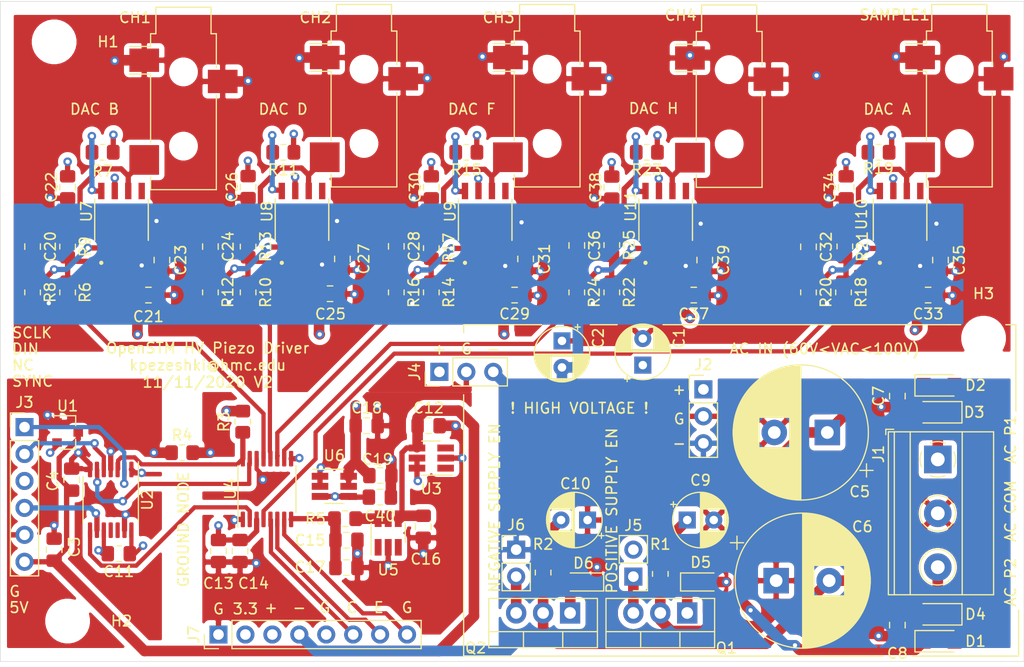
<source format=kicad_pcb>
(kicad_pcb (version 20171130) (host pcbnew "(5.1.6)-1")
  (layers (0 F.Cu signal) (1 In1.Cu power) (2 In2.Cu power) (31 B.Cu signal) (34 B.Paste user) (35 F.Paste user) (36 B.SilkS user) (37 F.SilkS user) (38 B.Mask user) (39 F.Mask user) (44 Edge.Cuts user))
  (net 0 "")
  (net 1 VCC)
  (net 2 /opampdriver/OUT)
  (net 3 /sheet5F77FFF0/OUT)
  (net 4 "Net-(C6-Pad2)")
  (net 5 /sheet5F78069E/OUT)
  (net 6 /sheet5F780C4A/OUT)
  (net 7 -VDC)
  (net 8 GND)
  (net 9 +VDC)
  (net 10 /CH8)
  (net 11 /CH7)
  (net 12 /CH6)
  (net 13 /opampdriver/SIG)
  (net 14 /sheet5F77FFF0/SIG)
  (net 15 "Net-(R8-Pad1)")
  (net 16 "Net-(R11-Pad2)")
  (net 17 /sheet5F78069E/SIG)
  (net 18 /sheet5F780C4A/SIG)
  (net 19 /opampdriver/BIAS)
  (net 20 GNDA)
  (net 21 "Net-(C5-Pad1)")
  (net 22 "Net-(C9-Pad1)")
  (net 23 "Net-(C10-Pad2)")
  (net 24 +3V3)
  (net 25 "Net-(C20-Pad2)")
  (net 26 "Net-(C24-Pad2)")
  (net 27 "Net-(C28-Pad2)")
  (net 28 "Net-(C32-Pad2)")
  (net 29 "Net-(C36-Pad2)")
  (net 30 /sheet5FB2767A/OUT)
  (net 31 "Net-(D1-Pad2)")
  (net 32 "Net-(D2-Pad2)")
  (net 33 /SYNCD)
  (net 34 /DIND)
  (net 35 /SCLKD)
  (net 36 "Net-(J5-Pad1)")
  (net 37 "Net-(J6-Pad2)")
  (net 38 /SCLKA)
  (net 39 +3.3VA)
  (net 40 "Net-(R5-Pad2)")
  (net 41 "Net-(C15-Pad1)")
  (net 42 /SYNCA)
  (net 43 /DINA)
  (net 44 /sheet5FB2767A/SIG)
  (net 45 "Net-(R7-Pad2)")
  (net 46 "Net-(R12-Pad1)")
  (net 47 "Net-(R15-Pad2)")
  (net 48 "Net-(R16-Pad1)")
  (net 49 "Net-(R19-Pad2)")
  (net 50 "Net-(R20-Pad1)")
  (net 51 "Net-(R23-Pad2)")
  (net 52 "Net-(R24-Pad1)")
  (module VREG_LM5017MR:NOPB (layer F.Cu) (at 286.766 26.924 90)
    (fp_text reference U10 (at 0.508 -3.635 90) (layer F.SilkS))
    (fp_text value OPA454AIDDA)
    (pad 9 smd rect (at 0 0 90) (size 2.95 4.9) (layers F.Cu) (net 7 -VDC))
    (pad 8 smd rect (at 2.7 -1.905 90) (size 1.55 0.6) (layers F.Cu F.Paste) (net 49 "Net-(R19-Pad2)"))
    (pad 7 smd rect (at 2.7 -0.635 90) (size 1.55 0.6) (layers F.Cu F.Paste) (net 9 +VDC))
    (pad 6 smd rect (at 2.7 0.635 90) (size 1.55 0.6) (layers F.Cu F.Paste) (net 6 /sheet5F780C4A/OUT))
    (pad 5 smd rect (at 2.7 1.905 90) (size 1.55 0.6) (layers F.Cu F.Paste))
    (pad 4 smd rect (at -2.7 1.905 90) (size 1.55 0.6) (layers F.Cu F.Paste) (net 7 -VDC))
    (pad 3 smd rect (at -2.7 0.635 90) (size 1.55 0.6) (layers F.Cu F.Paste) (net 19 /opampdriver/BIAS))
    (pad 2 smd rect (at -2.7 -0.635 90) (size 1.55 0.6) (layers F.Cu F.Paste) (net 28 "Net-(C32-Pad2)"))
    (pad 1 smd rect (at -2.7 -1.905 90) (size 1.55 0.6) (layers F.Cu F.Paste) (net 50 "Net-(R20-Pad1)"))
  )
  (module VREG_LM5017MR:NOPB (layer F.Cu) (at 264.668 26.924 90)
    (fp_text reference U11 (at 1.27 -3.302 90) (layer F.SilkS))
    (fp_text value OPA454AIDDA)
    (pad 9 smd rect (at 0 0 90) (size 2.95 4.9) (layers F.Cu) (net 7 -VDC))
    (pad 8 smd rect (at 2.7 -1.905 90) (size 1.55 0.6) (layers F.Cu F.Paste) (net 51 "Net-(R23-Pad2)"))
    (pad 7 smd rect (at 2.7 -0.635 90) (size 1.55 0.6) (layers F.Cu F.Paste) (net 9 +VDC))
    (pad 6 smd rect (at 2.7 0.635 90) (size 1.55 0.6) (layers F.Cu F.Paste) (net 30 /sheet5FB2767A/OUT))
    (pad 5 smd rect (at 2.7 1.905 90) (size 1.55 0.6) (layers F.Cu F.Paste))
    (pad 4 smd rect (at -2.7 1.905 90) (size 1.55 0.6) (layers F.Cu F.Paste) (net 7 -VDC))
    (pad 3 smd rect (at -2.7 0.635 90) (size 1.55 0.6) (layers F.Cu F.Paste) (net 19 /opampdriver/BIAS))
    (pad 2 smd rect (at -2.7 -0.635 90) (size 1.55 0.6) (layers F.Cu F.Paste) (net 29 "Net-(C36-Pad2)"))
    (pad 1 smd rect (at -2.7 -1.905 90) (size 1.55 0.6) (layers F.Cu F.Paste) (net 52 "Net-(R24-Pad1)"))
  )
  (module VREG_LM5017MR:NOPB (layer F.Cu) (at 247.65 26.924 90)
    (fp_text reference U9 (at 0.762 -3.302 90) (layer F.SilkS))
    (fp_text value OPA454AIDDA)
    (pad 9 smd rect (at 0 0 90) (size 2.95 4.9) (layers F.Cu) (net 7 -VDC))
    (pad 8 smd rect (at 2.7 -1.905 90) (size 1.55 0.6) (layers F.Cu F.Paste) (net 47 "Net-(R15-Pad2)"))
    (pad 7 smd rect (at 2.7 -0.635 90) (size 1.55 0.6) (layers F.Cu F.Paste) (net 9 +VDC))
    (pad 6 smd rect (at 2.7 0.635 90) (size 1.55 0.6) (layers F.Cu F.Paste) (net 5 /sheet5F78069E/OUT))
    (pad 5 smd rect (at 2.7 1.905 90) (size 1.55 0.6) (layers F.Cu F.Paste))
    (pad 4 smd rect (at -2.7 1.905 90) (size 1.55 0.6) (layers F.Cu F.Paste) (net 7 -VDC))
    (pad 3 smd rect (at -2.7 0.635 90) (size 1.55 0.6) (layers F.Cu F.Paste) (net 19 /opampdriver/BIAS))
    (pad 2 smd rect (at -2.7 -0.635 90) (size 1.55 0.6) (layers F.Cu F.Paste) (net 27 "Net-(C28-Pad2)"))
    (pad 1 smd rect (at -2.7 -1.905 90) (size 1.55 0.6) (layers F.Cu F.Paste) (net 48 "Net-(R16-Pad1)"))
  )
  (module VREG_LM5017MR:NOPB (layer F.Cu) (at 230.378 26.924 90)
    (fp_text reference U8 (at 0.762 -3.302 90) (layer F.SilkS))
    (fp_text value OPA454AIDDA)
    (pad 9 smd rect (at 0 0 90) (size 2.95 4.9) (layers F.Cu) (net 7 -VDC))
    (pad 8 smd rect (at 2.7 -1.905 90) (size 1.55 0.6) (layers F.Cu F.Paste) (net 16 "Net-(R11-Pad2)"))
    (pad 7 smd rect (at 2.7 -0.635 90) (size 1.55 0.6) (layers F.Cu F.Paste) (net 9 +VDC))
    (pad 6 smd rect (at 2.7 0.635 90) (size 1.55 0.6) (layers F.Cu F.Paste) (net 3 /sheet5F77FFF0/OUT))
    (pad 5 smd rect (at 2.7 1.905 90) (size 1.55 0.6) (layers F.Cu F.Paste))
    (pad 4 smd rect (at -2.7 1.905 90) (size 1.55 0.6) (layers F.Cu F.Paste) (net 7 -VDC))
    (pad 3 smd rect (at -2.7 0.635 90) (size 1.55 0.6) (layers F.Cu F.Paste) (net 19 /opampdriver/BIAS))
    (pad 2 smd rect (at -2.7 -0.635 90) (size 1.55 0.6) (layers F.Cu F.Paste) (net 26 "Net-(C24-Pad2)"))
    (pad 1 smd rect (at -2.7 -1.905 90) (size 1.55 0.6) (layers F.Cu F.Paste) (net 46 "Net-(R12-Pad1)"))
  )
  (module VREG_LM5017MR:NOPB (layer F.Cu) (at 213.36 26.924 90)
    (fp_text reference U7 (at 0.762 -3.302 90) (layer F.SilkS))
    (fp_text value OPA454AIDDA)
    (pad 9 smd rect (at 0 0 90) (size 2.95 4.9) (layers F.Cu) (net 7 -VDC))
    (pad 8 smd rect (at 2.7 -1.905 90) (size 1.55 0.6) (layers F.Cu F.Paste) (net 45 "Net-(R7-Pad2)"))
    (pad 7 smd rect (at 2.7 -0.635 90) (size 1.55 0.6) (layers F.Cu F.Paste) (net 9 +VDC))
    (pad 6 smd rect (at 2.7 0.635 90) (size 1.55 0.6) (layers F.Cu F.Paste) (net 2 /opampdriver/OUT))
    (pad 5 smd rect (at 2.7 1.905 90) (size 1.55 0.6) (layers F.Cu F.Paste))
    (pad 4 smd rect (at -2.7 1.905 90) (size 1.55 0.6) (layers F.Cu F.Paste) (net 7 -VDC))
    (pad 3 smd rect (at -2.7 0.635 90) (size 1.55 0.6) (layers F.Cu F.Paste) (net 19 /opampdriver/BIAS))
    (pad 2 smd rect (at -2.7 -0.635 90) (size 1.55 0.6) (layers F.Cu F.Paste) (net 25 "Net-(C20-Pad2)"))
    (pad 1 smd rect (at -2.7 -1.905 90) (size 1.55 0.6) (layers F.Cu F.Paste) (net 15 "Net-(R8-Pad1)"))
  )
  (module Package_TO_SOT_SMD:SOT-23-6_Handsoldering (layer F.Cu) (at 233.426 52.07)
    (fp_text reference U6 (at 0 -2.9) (layer F.SilkS))
    (fp_text value MAX6071)
    (pad 5 smd rect (at 1.35 0) (size 1.56 0.65) (layers F.Cu F.Paste F.Mask) (net 19 /opampdriver/BIAS))
    (pad 6 smd rect (at 1.35 -0.95) (size 1.56 0.65) (layers F.Cu F.Paste F.Mask) (net 19 /opampdriver/BIAS))
    (pad 4 smd rect (at 1.35 0.95) (size 1.56 0.65) (layers F.Cu F.Paste F.Mask) (net 39 +3.3VA))
    (pad 3 smd rect (at -1.35 0.95) (size 1.56 0.65) (layers F.Cu F.Paste F.Mask) (net 39 +3.3VA))
    (pad 2 smd rect (at -1.35 0) (size 1.56 0.65) (layers F.Cu F.Paste F.Mask) (net 20 GNDA))
    (pad 1 smd rect (at -1.35 -0.95) (size 1.56 0.65) (layers F.Cu F.Paste F.Mask) (net 20 GNDA))
  )
  (module Capacitor_SMD:C_0805_2012Metric_Pad1.18x1.45mm_HandSolder (layer F.Cu) (at 237.7225 53.086)
    (fp_text reference C40 (at 0 1.778) (layer F.SilkS))
    (fp_text value 0.1uF)
    (pad 2 smd roundrect (at 1.0375 0) (size 1.175 1.45) (layers F.Cu F.Paste F.Mask) (roundrect_rratio 0.212766) (net 20 GNDA))
    (pad 1 smd roundrect (at -1.0375 0) (size 1.175 1.45) (layers F.Cu F.Paste F.Mask) (roundrect_rratio 0.212766) (net 39 +3.3VA))
  )
  (module Capacitor_SMD:C_0805_2012Metric_Pad1.18x1.45mm_HandSolder (layer F.Cu) (at 237.7655 51.054 180)
    (fp_text reference C19 (at 0.2755 1.524) (layer F.SilkS))
    (fp_text value 0.1uF)
    (pad 2 smd roundrect (at 1.0375 0 180) (size 1.175 1.45) (layers F.Cu F.Paste F.Mask) (roundrect_rratio 0.212766) (net 19 /opampdriver/BIAS))
    (pad 1 smd roundrect (at -1.0375 0 180) (size 1.175 1.45) (layers F.Cu F.Paste F.Mask) (roundrect_rratio 0.212766) (net 20 GNDA))
  )
  (module MountingHole:MountingHole_3.2mm_M3 (layer F.Cu) (at 294.64 38.1)
    (fp_text reference H3 (at 0 -4.2) (layer F.SilkS))
    (fp_text value MountingHole)
    (pad 1 np_thru_hole circle (at 0 0) (size 3.2 3.2) (drill 3.2) (layers *.Cu *.Mask))
  )
  (module MountingHole:MountingHole_3.2mm_M3 (layer F.Cu) (at 208.28 64.77)
    (fp_text reference H2 (at 5.08 0) (layer F.SilkS))
    (fp_text value MountingHole)
    (pad 1 np_thru_hole circle (at 0 0) (size 3.2 3.2) (drill 3.2) (layers *.Cu *.Mask))
  )
  (module MountingHole:MountingHole_3.2mm_M3 (layer F.Cu) (at 207.01 10.16)
    (fp_text reference H1 (at 5.08 0) (layer F.SilkS))
    (fp_text value MountingHole)
    (pad 1 np_thru_hole circle (at 0 0) (size 3.2 3.2) (drill 3.2) (layers *.Cu *.Mask))
  )
  (module Package_TO_SOT_THT:TO-220-3_Vertical (layer F.Cu) (at 255.651 64.008 180)
    (fp_text reference Q2 (at 8.89 -3.302) (layer F.SilkS))
    (fp_text value TIP127)
    (pad 3 thru_hole oval (at 5.08 0 180) (size 1.905 2) (drill 1.1) (layers *.Cu *.Mask) (net 37 "Net-(J6-Pad2)"))
    (pad 2 thru_hole oval (at 2.54 0 180) (size 1.905 2) (drill 1.1) (layers *.Cu *.Mask) (net 4 "Net-(C6-Pad2)"))
    (pad 1 thru_hole rect (at 0 0 180) (size 1.905 2) (drill 1.1) (layers *.Cu *.Mask) (net 23 "Net-(C10-Pad2)"))
  )
  (module Package_TO_SOT_THT:TO-220-3_Vertical (layer F.Cu) (at 266.7 64.008 180)
    (fp_text reference Q1 (at -3.683 -3.302) (layer F.SilkS))
    (fp_text value TIP122)
    (pad 3 thru_hole oval (at 5.08 0 180) (size 1.905 2) (drill 1.1) (layers *.Cu *.Mask) (net 36 "Net-(J5-Pad1)"))
    (pad 2 thru_hole oval (at 2.54 0 180) (size 1.905 2) (drill 1.1) (layers *.Cu *.Mask) (net 21 "Net-(C5-Pad1)"))
    (pad 1 thru_hole rect (at 0 0 180) (size 1.905 2) (drill 1.1) (layers *.Cu *.Mask) (net 22 "Net-(C9-Pad1)"))
  )
  (module Resistor_SMD:R_0805_2012Metric_Pad1.20x1.40mm_HandSolder (layer F.Cu) (at 259.588 29.321 270)
    (fp_text reference R25 (at 0 -1.65 90) (layer F.SilkS))
    (fp_text value 50K)
    (pad 2 smd roundrect (at 1 0 270) (size 1.2 1.4) (layers F.Cu F.Paste F.Mask) (roundrect_rratio 0.208333) (net 29 "Net-(C36-Pad2)"))
    (pad 1 smd roundrect (at -1 0 270) (size 1.2 1.4) (layers F.Cu F.Paste F.Mask) (roundrect_rratio 0.208333) (net 30 /sheet5FB2767A/OUT))
  )
  (module Resistor_SMD:R_0805_2012Metric_Pad1.20x1.40mm_HandSolder (layer F.Cu) (at 256.286 33.782 270)
    (fp_text reference R24 (at 0 -1.65 90) (layer F.SilkS))
    (fp_text value 100K)
    (pad 2 smd roundrect (at 1 0 270) (size 1.2 1.4) (layers F.Cu F.Paste F.Mask) (roundrect_rratio 0.208333) (net 7 -VDC))
    (pad 1 smd roundrect (at -1 0 270) (size 1.2 1.4) (layers F.Cu F.Paste F.Mask) (roundrect_rratio 0.208333) (net 52 "Net-(R24-Pad1)"))
  )
  (module Resistor_SMD:R_0805_2012Metric_Pad1.20x1.40mm_HandSolder (layer F.Cu) (at 262.89 20.574 180)
    (fp_text reference R23 (at 0 -1.65) (layer F.SilkS))
    (fp_text value 100K)
    (pad 2 smd roundrect (at 1 0 180) (size 1.2 1.4) (layers F.Cu F.Paste F.Mask) (roundrect_rratio 0.208333) (net 51 "Net-(R23-Pad2)"))
    (pad 1 smd roundrect (at -1 0 180) (size 1.2 1.4) (layers F.Cu F.Paste F.Mask) (roundrect_rratio 0.208333) (net 9 +VDC))
  )
  (module Resistor_SMD:R_0805_2012Metric_Pad1.20x1.40mm_HandSolder (layer F.Cu) (at 259.588 33.782 270)
    (fp_text reference R22 (at 0 -1.65 90) (layer F.SilkS))
    (fp_text value 1k)
    (pad 2 smd roundrect (at 1 0 270) (size 1.2 1.4) (layers F.Cu F.Paste F.Mask) (roundrect_rratio 0.208333) (net 44 /sheet5FB2767A/SIG))
    (pad 1 smd roundrect (at -1 0 270) (size 1.2 1.4) (layers F.Cu F.Paste F.Mask) (roundrect_rratio 0.208333) (net 29 "Net-(C36-Pad2)"))
  )
  (module Resistor_SMD:R_0805_2012Metric_Pad1.20x1.40mm_HandSolder (layer F.Cu) (at 281.559 29.448 270)
    (fp_text reference R21 (at 0 -1.65 90) (layer F.SilkS))
    (fp_text value 50K)
    (pad 2 smd roundrect (at 1 0 270) (size 1.2 1.4) (layers F.Cu F.Paste F.Mask) (roundrect_rratio 0.208333) (net 28 "Net-(C32-Pad2)"))
    (pad 1 smd roundrect (at -1 0 270) (size 1.2 1.4) (layers F.Cu F.Paste F.Mask) (roundrect_rratio 0.208333) (net 6 /sheet5F780C4A/OUT))
  )
  (module Resistor_SMD:R_0805_2012Metric_Pad1.20x1.40mm_HandSolder (layer F.Cu) (at 278.13 33.782 270)
    (fp_text reference R20 (at 0 -1.65 90) (layer F.SilkS))
    (fp_text value 100K)
    (pad 2 smd roundrect (at 1 0 270) (size 1.2 1.4) (layers F.Cu F.Paste F.Mask) (roundrect_rratio 0.208333) (net 7 -VDC))
    (pad 1 smd roundrect (at -1 0 270) (size 1.2 1.4) (layers F.Cu F.Paste F.Mask) (roundrect_rratio 0.208333) (net 50 "Net-(R20-Pad1)"))
  )
  (module Resistor_SMD:R_0805_2012Metric_Pad1.20x1.40mm_HandSolder (layer F.Cu) (at 284.734 20.574 180)
    (fp_text reference R19 (at 0 -1.524) (layer F.SilkS))
    (fp_text value 100K)
    (pad 2 smd roundrect (at 1 0 180) (size 1.2 1.4) (layers F.Cu F.Paste F.Mask) (roundrect_rratio 0.208333) (net 49 "Net-(R19-Pad2)"))
    (pad 1 smd roundrect (at -1 0 180) (size 1.2 1.4) (layers F.Cu F.Paste F.Mask) (roundrect_rratio 0.208333) (net 9 +VDC))
  )
  (module Resistor_SMD:R_0805_2012Metric_Pad1.20x1.40mm_HandSolder (layer F.Cu) (at 281.432 33.782 270)
    (fp_text reference R18 (at 0 -1.65 90) (layer F.SilkS))
    (fp_text value 1k)
    (pad 2 smd roundrect (at 1 0 270) (size 1.2 1.4) (layers F.Cu F.Paste F.Mask) (roundrect_rratio 0.208333) (net 18 /sheet5F780C4A/SIG))
    (pad 1 smd roundrect (at -1 0 270) (size 1.2 1.4) (layers F.Cu F.Paste F.Mask) (roundrect_rratio 0.208333) (net 28 "Net-(C32-Pad2)"))
  )
  (module Resistor_SMD:R_0805_2012Metric_Pad1.20x1.40mm_HandSolder (layer F.Cu) (at 242.57 29.607 270)
    (fp_text reference R17 (at 0 -1.65 90) (layer F.SilkS))
    (fp_text value 50K)
    (pad 2 smd roundrect (at 1 0 270) (size 1.2 1.4) (layers F.Cu F.Paste F.Mask) (roundrect_rratio 0.208333) (net 27 "Net-(C28-Pad2)"))
    (pad 1 smd roundrect (at -1 0 270) (size 1.2 1.4) (layers F.Cu F.Paste F.Mask) (roundrect_rratio 0.208333) (net 5 /sheet5F78069E/OUT))
  )
  (module Resistor_SMD:R_0805_2012Metric_Pad1.20x1.40mm_HandSolder (layer F.Cu) (at 239.268 33.782 270)
    (fp_text reference R16 (at 0 -1.65 90) (layer F.SilkS))
    (fp_text value 100K)
    (pad 2 smd roundrect (at 1 0 270) (size 1.2 1.4) (layers F.Cu F.Paste F.Mask) (roundrect_rratio 0.208333) (net 7 -VDC))
    (pad 1 smd roundrect (at -1 0 270) (size 1.2 1.4) (layers F.Cu F.Paste F.Mask) (roundrect_rratio 0.208333) (net 48 "Net-(R16-Pad1)"))
  )
  (module Resistor_SMD:R_0805_2012Metric_Pad1.20x1.40mm_HandSolder (layer F.Cu) (at 245.872 20.574 180)
    (fp_text reference R15 (at 0 -1.65) (layer F.SilkS))
    (fp_text value 100K)
    (pad 2 smd roundrect (at 1 0 180) (size 1.2 1.4) (layers F.Cu F.Paste F.Mask) (roundrect_rratio 0.208333) (net 47 "Net-(R15-Pad2)"))
    (pad 1 smd roundrect (at -1 0 180) (size 1.2 1.4) (layers F.Cu F.Paste F.Mask) (roundrect_rratio 0.208333) (net 9 +VDC))
  )
  (module Resistor_SMD:R_0805_2012Metric_Pad1.20x1.40mm_HandSolder (layer F.Cu) (at 242.57 33.782 270)
    (fp_text reference R14 (at 0 -1.65 90) (layer F.SilkS))
    (fp_text value 1k)
    (pad 2 smd roundrect (at 1 0 270) (size 1.2 1.4) (layers F.Cu F.Paste F.Mask) (roundrect_rratio 0.208333) (net 17 /sheet5F78069E/SIG))
    (pad 1 smd roundrect (at -1 0 270) (size 1.2 1.4) (layers F.Cu F.Paste F.Mask) (roundrect_rratio 0.208333) (net 27 "Net-(C28-Pad2)"))
  )
  (module Resistor_SMD:R_0805_2012Metric_Pad1.20x1.40mm_HandSolder (layer F.Cu) (at 225.298 29.464 270)
    (fp_text reference R13 (at 0 -1.65 90) (layer F.SilkS))
    (fp_text value 50K)
    (pad 2 smd roundrect (at 1 0 270) (size 1.2 1.4) (layers F.Cu F.Paste F.Mask) (roundrect_rratio 0.208333) (net 26 "Net-(C24-Pad2)"))
    (pad 1 smd roundrect (at -1 0 270) (size 1.2 1.4) (layers F.Cu F.Paste F.Mask) (roundrect_rratio 0.208333) (net 3 /sheet5F77FFF0/OUT))
  )
  (module Resistor_SMD:R_0805_2012Metric_Pad1.20x1.40mm_HandSolder (layer F.Cu) (at 221.742 33.782 270)
    (fp_text reference R12 (at 0 -1.65 90) (layer F.SilkS))
    (fp_text value 100K)
    (pad 2 smd roundrect (at 1 0 270) (size 1.2 1.4) (layers F.Cu F.Paste F.Mask) (roundrect_rratio 0.208333) (net 7 -VDC))
    (pad 1 smd roundrect (at -1 0 270) (size 1.2 1.4) (layers F.Cu F.Paste F.Mask) (roundrect_rratio 0.208333) (net 46 "Net-(R12-Pad1)"))
  )
  (module Resistor_SMD:R_0805_2012Metric_Pad1.20x1.40mm_HandSolder (layer F.Cu) (at 228.616 20.574 180)
    (fp_text reference R11 (at 0 -1.65) (layer F.SilkS))
    (fp_text value 100K)
    (pad 2 smd roundrect (at 1 0 180) (size 1.2 1.4) (layers F.Cu F.Paste F.Mask) (roundrect_rratio 0.208333) (net 16 "Net-(R11-Pad2)"))
    (pad 1 smd roundrect (at -1 0 180) (size 1.2 1.4) (layers F.Cu F.Paste F.Mask) (roundrect_rratio 0.208333) (net 9 +VDC))
  )
  (module Resistor_SMD:R_0805_2012Metric_Pad1.20x1.40mm_HandSolder (layer F.Cu) (at 225.298 33.782 270)
    (fp_text reference R10 (at 0 -1.65 90) (layer F.SilkS))
    (fp_text value 1k)
    (pad 2 smd roundrect (at 1 0 270) (size 1.2 1.4) (layers F.Cu F.Paste F.Mask) (roundrect_rratio 0.208333) (net 14 /sheet5F77FFF0/SIG))
    (pad 1 smd roundrect (at -1 0 270) (size 1.2 1.4) (layers F.Cu F.Paste F.Mask) (roundrect_rratio 0.208333) (net 26 "Net-(C24-Pad2)"))
  )
  (module Resistor_SMD:R_0805_2012Metric_Pad1.20x1.40mm_HandSolder (layer F.Cu) (at 208.28 29.464 270)
    (fp_text reference R9 (at 0 -1.65 90) (layer F.SilkS))
    (fp_text value 50K)
    (pad 2 smd roundrect (at 1 0 270) (size 1.2 1.4) (layers F.Cu F.Paste F.Mask) (roundrect_rratio 0.208333) (net 25 "Net-(C20-Pad2)"))
    (pad 1 smd roundrect (at -1 0 270) (size 1.2 1.4) (layers F.Cu F.Paste F.Mask) (roundrect_rratio 0.208333) (net 2 /opampdriver/OUT))
  )
  (module Resistor_SMD:R_0805_2012Metric_Pad1.20x1.40mm_HandSolder (layer F.Cu) (at 204.978 33.782 270)
    (fp_text reference R8 (at 0 -1.65 90) (layer F.SilkS))
    (fp_text value 100K)
    (pad 2 smd roundrect (at 1 0 270) (size 1.2 1.4) (layers F.Cu F.Paste F.Mask) (roundrect_rratio 0.208333) (net 7 -VDC))
    (pad 1 smd roundrect (at -1 0 270) (size 1.2 1.4) (layers F.Cu F.Paste F.Mask) (roundrect_rratio 0.208333) (net 15 "Net-(R8-Pad1)"))
  )
  (module Resistor_SMD:R_0805_2012Metric_Pad1.20x1.40mm_HandSolder (layer F.Cu) (at 211.582 20.574 180)
    (fp_text reference R7 (at 0 -1.778) (layer F.SilkS))
    (fp_text value 100K)
    (pad 2 smd roundrect (at 1 0 180) (size 1.2 1.4) (layers F.Cu F.Paste F.Mask) (roundrect_rratio 0.208333) (net 45 "Net-(R7-Pad2)"))
    (pad 1 smd roundrect (at -1 0 180) (size 1.2 1.4) (layers F.Cu F.Paste F.Mask) (roundrect_rratio 0.208333) (net 9 +VDC))
  )
  (module Resistor_SMD:R_0805_2012Metric_Pad1.20x1.40mm_HandSolder (layer F.Cu) (at 208.28 33.782 270)
    (fp_text reference R6 (at 0 -1.65 90) (layer F.SilkS))
    (fp_text value 1k)
    (pad 2 smd roundrect (at 1 0 270) (size 1.2 1.4) (layers F.Cu F.Paste F.Mask) (roundrect_rratio 0.208333) (net 13 /opampdriver/SIG))
    (pad 1 smd roundrect (at -1 0 270) (size 1.2 1.4) (layers F.Cu F.Paste F.Mask) (roundrect_rratio 0.208333) (net 25 "Net-(C20-Pad2)"))
  )
  (module Capacitor_SMD:C_0805_2012Metric_Pad1.18x1.45mm_HandSolder (layer F.Cu) (at 234.569 59.728)
    (fp_text reference C17 (at -3.429 -0.038) (layer F.SilkS))
    (fp_text value 10nF)
    (pad 2 smd roundrect (at 1.0375 0) (size 1.175 1.45) (layers F.Cu F.Paste F.Mask) (roundrect_rratio 0.212766) (net 20 GNDA))
    (pad 1 smd roundrect (at -1.0375 0) (size 1.175 1.45) (layers F.Cu F.Paste F.Mask) (roundrect_rratio 0.212766) (net 41 "Net-(C15-Pad1)"))
  )
  (module Capacitor_SMD:C_0805_2012Metric_Pad1.18x1.45mm_HandSolder (layer F.Cu) (at 241.808 55.88 270)
    (fp_text reference C16 (at 3.048 -0.254 180) (layer F.SilkS))
    (fp_text value 0.1uF)
    (pad 2 smd roundrect (at 1.0375 0 270) (size 1.175 1.45) (layers F.Cu F.Paste F.Mask) (roundrect_rratio 0.212766) (net 20 GNDA))
    (pad 1 smd roundrect (at -1.0375 0 270) (size 1.175 1.45) (layers F.Cu F.Paste F.Mask) (roundrect_rratio 0.212766) (net 1 VCC))
  )
  (module Capacitor_SMD:C_0805_2012Metric_Pad1.18x1.45mm_HandSolder (layer F.Cu) (at 234.569 57.15)
    (fp_text reference C15 (at -3.429 0) (layer F.SilkS))
    (fp_text value 0.1uF)
    (pad 2 smd roundrect (at 1.0375 0) (size 1.175 1.45) (layers F.Cu F.Paste F.Mask) (roundrect_rratio 0.212766) (net 20 GNDA))
    (pad 1 smd roundrect (at -1.0375 0) (size 1.175 1.45) (layers F.Cu F.Paste F.Mask) (roundrect_rratio 0.212766) (net 41 "Net-(C15-Pad1)"))
  )
  (module Capacitor_SMD:C_0805_2012Metric_Pad1.18x1.45mm_HandSolder (layer F.Cu) (at 224.536 58.166 270)
    (fp_text reference C14 (at 3.048 -1.27 180) (layer F.SilkS))
    (fp_text value 0.1uF)
    (pad 2 smd roundrect (at 1.0375 0 270) (size 1.175 1.45) (layers F.Cu F.Paste F.Mask) (roundrect_rratio 0.212766) (net 20 GNDA))
    (pad 1 smd roundrect (at -1.0375 0 270) (size 1.175 1.45) (layers F.Cu F.Paste F.Mask) (roundrect_rratio 0.212766) (net 39 +3.3VA))
  )
  (module Capacitor_SMD:C_0805_2012Metric_Pad1.18x1.45mm_HandSolder (layer F.Cu) (at 222.504 58.166 270)
    (fp_text reference C13 (at 3.048 0 180) (layer F.SilkS))
    (fp_text value 10uF)
    (pad 2 smd roundrect (at 1.0375 0 270) (size 1.175 1.45) (layers F.Cu F.Paste F.Mask) (roundrect_rratio 0.212766) (net 20 GNDA))
    (pad 1 smd roundrect (at -1.0375 0 270) (size 1.175 1.45) (layers F.Cu F.Paste F.Mask) (roundrect_rratio 0.212766) (net 39 +3.3VA))
  )
  (module Capacitor_SMD:C_0805_2012Metric_Pad1.18x1.45mm_HandSolder (layer F.Cu) (at 242.316 46.355)
    (fp_text reference C12 (at 0 -1.68) (layer F.SilkS))
    (fp_text value 0.1uF)
    (pad 2 smd roundrect (at 1.0375 0) (size 1.175 1.45) (layers F.Cu F.Paste F.Mask) (roundrect_rratio 0.212766) (net 20 GNDA))
    (pad 1 smd roundrect (at -1.0375 0) (size 1.175 1.45) (layers F.Cu F.Paste F.Mask) (roundrect_rratio 0.212766) (net 1 VCC))
  )
  (module Package_TO_SOT_SMD:SOT-23-6_Handsoldering (layer F.Cu) (at 238.506 56.468 90)
    (fp_text reference U5 (at -3.476 0 180) (layer F.SilkS))
    (fp_text value MAX6033)
    (pad 5 smd rect (at 1.35 0 90) (size 1.56 0.65) (layers F.Cu F.Paste F.Mask) (net 40 "Net-(R5-Pad2)"))
    (pad 6 smd rect (at 1.35 -0.95 90) (size 1.56 0.65) (layers F.Cu F.Paste F.Mask) (net 40 "Net-(R5-Pad2)"))
    (pad 4 smd rect (at 1.35 0.95 90) (size 1.56 0.65) (layers F.Cu F.Paste F.Mask) (net 1 VCC))
    (pad 3 smd rect (at -1.35 0.95 90) (size 1.56 0.65) (layers F.Cu F.Paste F.Mask))
    (pad 2 smd rect (at -1.35 0 90) (size 1.56 0.65) (layers F.Cu F.Paste F.Mask) (net 20 GNDA))
    (pad 1 smd rect (at -1.35 -0.95 90) (size 1.56 0.65) (layers F.Cu F.Paste F.Mask))
  )
  (module Package_SO:TSSOP-16_4.4x5mm_P0.65mm (layer F.Cu) (at 227.076 52.324 90)
    (fp_text reference U4 (at 0 -3.45 90) (layer F.SilkS))
    (fp_text value AD5628ARUZ-2)
    (pad 16 smd roundrect (at 2.8625 -2.275 90) (size 1.475 0.4) (layers F.Cu F.Paste F.Mask) (net 38 /SCLKA))
    (pad 15 smd roundrect (at 2.8625 -1.625 90) (size 1.475 0.4) (layers F.Cu F.Paste F.Mask) (net 43 /DINA))
    (pad 14 smd roundrect (at 2.8625 -0.975 90) (size 1.475 0.4) (layers F.Cu F.Paste F.Mask) (net 20 GNDA))
    (pad 13 smd roundrect (at 2.8625 -0.325 90) (size 1.475 0.4) (layers F.Cu F.Paste F.Mask) (net 13 /opampdriver/SIG))
    (pad 12 smd roundrect (at 2.8625 0.325 90) (size 1.475 0.4) (layers F.Cu F.Paste F.Mask) (net 14 /sheet5F77FFF0/SIG))
    (pad 11 smd roundrect (at 2.8625 0.975 90) (size 1.475 0.4) (layers F.Cu F.Paste F.Mask) (net 17 /sheet5F78069E/SIG))
    (pad 10 smd roundrect (at 2.8625 1.625 90) (size 1.475 0.4) (layers F.Cu F.Paste F.Mask) (net 44 /sheet5FB2767A/SIG))
    (pad 9 smd roundrect (at 2.8625 2.275 90) (size 1.475 0.4) (layers F.Cu F.Paste F.Mask) (net 39 +3.3VA))
    (pad 8 smd roundrect (at -2.8625 2.275 90) (size 1.475 0.4) (layers F.Cu F.Paste F.Mask) (net 41 "Net-(C15-Pad1)"))
    (pad 7 smd roundrect (at -2.8625 1.625 90) (size 1.475 0.4) (layers F.Cu F.Paste F.Mask) (net 10 /CH8))
    (pad 6 smd roundrect (at -2.8625 0.975 90) (size 1.475 0.4) (layers F.Cu F.Paste F.Mask) (net 11 /CH7))
    (pad 5 smd roundrect (at -2.8625 0.325 90) (size 1.475 0.4) (layers F.Cu F.Paste F.Mask) (net 12 /CH6))
    (pad 4 smd roundrect (at -2.8625 -0.325 90) (size 1.475 0.4) (layers F.Cu F.Paste F.Mask) (net 18 /sheet5F780C4A/SIG))
    (pad 3 smd roundrect (at -2.8625 -0.975 90) (size 1.475 0.4) (layers F.Cu F.Paste F.Mask) (net 39 +3.3VA))
    (pad 2 smd roundrect (at -2.8625 -1.625 90) (size 1.475 0.4) (layers F.Cu F.Paste F.Mask) (net 42 /SYNCA))
    (pad 1 smd roundrect (at -2.8625 -2.275 90) (size 1.475 0.4) (layers F.Cu F.Paste F.Mask) (net 20 GNDA))
  )
  (module Package_TO_SOT_SMD:SOT-23-6_Handsoldering (layer F.Cu) (at 242.57 49.403 180)
    (fp_text reference U3 (at 0 -2.9) (layer F.SilkS))
    (fp_text value MAX6033)
    (pad 5 smd rect (at 1.35 0 180) (size 1.56 0.65) (layers F.Cu F.Paste F.Mask) (net 39 +3.3VA))
    (pad 6 smd rect (at 1.35 -0.95 180) (size 1.56 0.65) (layers F.Cu F.Paste F.Mask) (net 39 +3.3VA))
    (pad 4 smd rect (at 1.35 0.95 180) (size 1.56 0.65) (layers F.Cu F.Paste F.Mask) (net 1 VCC))
    (pad 3 smd rect (at -1.35 0.95 180) (size 1.56 0.65) (layers F.Cu F.Paste F.Mask))
    (pad 2 smd rect (at -1.35 0 180) (size 1.56 0.65) (layers F.Cu F.Paste F.Mask) (net 20 GNDA))
    (pad 1 smd rect (at -1.35 -0.95 180) (size 1.56 0.65) (layers F.Cu F.Paste F.Mask))
  )
  (module Package_SO:TSSOP-14_4.4x5mm_P0.65mm (layer F.Cu) (at 212.344 53.34 270)
    (fp_text reference U2 (at 0 -3.45 90) (layer F.SilkS))
    (fp_text value SN74HCS125)
    (pad 14 smd roundrect (at 2.8625 -1.95 270) (size 1.475 0.4) (layers F.Cu F.Paste F.Mask) (net 24 +3V3))
    (pad 13 smd roundrect (at 2.8625 -1.3 270) (size 1.475 0.4) (layers F.Cu F.Paste F.Mask) (net 8 GND))
    (pad 12 smd roundrect (at 2.8625 -0.65 270) (size 1.475 0.4) (layers F.Cu F.Paste F.Mask))
    (pad 11 smd roundrect (at 2.8625 0 270) (size 1.475 0.4) (layers F.Cu F.Paste F.Mask))
    (pad 10 smd roundrect (at 2.8625 0.65 270) (size 1.475 0.4) (layers F.Cu F.Paste F.Mask) (net 8 GND))
    (pad 9 smd roundrect (at 2.8625 1.3 270) (size 1.475 0.4) (layers F.Cu F.Paste F.Mask) (net 33 /SYNCD))
    (pad 8 smd roundrect (at 2.8625 1.95 270) (size 1.475 0.4) (layers F.Cu F.Paste F.Mask) (net 42 /SYNCA))
    (pad 7 smd roundrect (at -2.8625 1.95 270) (size 1.475 0.4) (layers F.Cu F.Paste F.Mask) (net 8 GND))
    (pad 6 smd roundrect (at -2.8625 1.3 270) (size 1.475 0.4) (layers F.Cu F.Paste F.Mask) (net 43 /DINA))
    (pad 5 smd roundrect (at -2.8625 0.65 270) (size 1.475 0.4) (layers F.Cu F.Paste F.Mask) (net 34 /DIND))
    (pad 4 smd roundrect (at -2.8625 0 270) (size 1.475 0.4) (layers F.Cu F.Paste F.Mask) (net 8 GND))
    (pad 3 smd roundrect (at -2.8625 -0.65 270) (size 1.475 0.4) (layers F.Cu F.Paste F.Mask) (net 38 /SCLKA))
    (pad 2 smd roundrect (at -2.8625 -1.3 270) (size 1.475 0.4) (layers F.Cu F.Paste F.Mask) (net 35 /SCLKD))
    (pad 1 smd roundrect (at -2.8625 -1.95 270) (size 1.475 0.4) (layers F.Cu F.Paste F.Mask) (net 8 GND))
  )
  (module Package_TO_SOT_SMD:SOT-23 (layer F.Cu) (at 208.28 46.99)
    (fp_text reference U1 (at 0 -2.5) (layer F.SilkS))
    (fp_text value MCP1703A-3302_SOT23)
    (pad 3 smd rect (at 1 0) (size 0.9 0.8) (layers F.Cu F.Paste F.Mask) (net 1 VCC))
    (pad 2 smd rect (at -1 0.95) (size 0.9 0.8) (layers F.Cu F.Paste F.Mask) (net 24 +3V3))
    (pad 1 smd rect (at -1 -0.95) (size 0.9 0.8) (layers F.Cu F.Paste F.Mask) (net 8 GND))
  )
  (module Connector_Audio:Jack_3.5mm_CUI_SJ-3523-SMT_Horizontal (layer F.Cu) (at 292.354 15.24)
    (fp_text reference SAMPLE1 (at -6.096 -7.62) (layer F.SilkS))
    (fp_text value SAMPLE_V)
    (pad "" np_thru_hole circle (at 0 4.5) (size 1.7 1.7) (drill 1.7) (layers *.Cu *.Mask))
    (pad "" np_thru_hole circle (at 0 -2.5) (size 1.7 1.7) (drill 1.7) (layers *.Cu *.Mask))
    (pad T smd rect (at -3.7 5.8) (size 2.8 2.8) (layers F.Cu F.Paste F.Mask) (net 6 /sheet5F780C4A/OUT))
    (pad S smd rect (at -3.7 -3.6) (size 2.8 2.2) (layers F.Cu F.Paste F.Mask) (net 20 GNDA))
    (pad R smd rect (at 3.7 -1.6) (size 2.8 2.2) (layers F.Cu F.Paste F.Mask) (net 20 GNDA))
  )
  (module Resistor_SMD:R_0805_2012Metric_Pad1.20x1.40mm_HandSolder (layer F.Cu) (at 234.442 55.118)
    (fp_text reference R5 (at -2.794 0) (layer F.SilkS))
    (fp_text value 0)
    (pad 2 smd roundrect (at 1 0) (size 1.2 1.4) (layers F.Cu F.Paste F.Mask) (roundrect_rratio 0.208333) (net 40 "Net-(R5-Pad2)"))
    (pad 1 smd roundrect (at -1 0) (size 1.2 1.4) (layers F.Cu F.Paste F.Mask) (roundrect_rratio 0.208333) (net 41 "Net-(C15-Pad1)"))
  )
  (module Resistor_SMD:R_0805_2012Metric_Pad1.20x1.40mm_HandSolder (layer F.Cu) (at 219.075 48.895)
    (fp_text reference R4 (at 0 -1.65) (layer F.SilkS))
    (fp_text value 0)
    (pad 2 smd roundrect (at 1 0) (size 1.2 1.4) (layers F.Cu F.Paste F.Mask) (roundrect_rratio 0.208333) (net 20 GNDA))
    (pad 1 smd roundrect (at -1 0) (size 1.2 1.4) (layers F.Cu F.Paste F.Mask) (roundrect_rratio 0.208333) (net 8 GND))
  )
  (module Resistor_SMD:R_0805_2012Metric_Pad1.20x1.40mm_HandSolder (layer F.Cu) (at 224.79 45.974 270)
    (fp_text reference R3 (at 0 1.778 90) (layer F.SilkS))
    (fp_text value 10k)
    (pad 2 smd roundrect (at 1 0 270) (size 1.2 1.4) (layers F.Cu F.Paste F.Mask) (roundrect_rratio 0.208333) (net 38 /SCLKA))
    (pad 1 smd roundrect (at -1 0 270) (size 1.2 1.4) (layers F.Cu F.Paste F.Mask) (roundrect_rratio 0.208333) (net 39 +3.3VA))
  )
  (module Resistor_SMD:R_0805_2012Metric_Pad1.20x1.40mm_HandSolder (layer F.Cu) (at 253.111 60.198 270)
    (fp_text reference R2 (at -2.667 0 180) (layer F.SilkS))
    (fp_text value 10k)
    (pad 2 smd roundrect (at 1 0 270) (size 1.2 1.4) (layers F.Cu F.Paste F.Mask) (roundrect_rratio 0.208333) (net 4 "Net-(C6-Pad2)"))
    (pad 1 smd roundrect (at -1 0 270) (size 1.2 1.4) (layers F.Cu F.Paste F.Mask) (roundrect_rratio 0.208333) (net 23 "Net-(C10-Pad2)"))
  )
  (module Resistor_SMD:R_0805_2012Metric_Pad1.20x1.40mm_HandSolder (layer F.Cu) (at 264.16 60.325 90)
    (fp_text reference R1 (at 2.794 0 180) (layer F.SilkS))
    (fp_text value 10k)
    (pad 2 smd roundrect (at 1 0 90) (size 1.2 1.4) (layers F.Cu F.Paste F.Mask) (roundrect_rratio 0.208333) (net 22 "Net-(C9-Pad1)"))
    (pad 1 smd roundrect (at -1 0 90) (size 1.2 1.4) (layers F.Cu F.Paste F.Mask) (roundrect_rratio 0.208333) (net 21 "Net-(C5-Pad1)"))
  )
  (module Connector_PinHeader_2.54mm:PinHeader_1x08_P2.54mm_Vertical (layer F.Cu) (at 222.504 66.04 90)
    (fp_text reference J7 (at 0 -2.33 90) (layer F.SilkS))
    (fp_text value Conn_01x08_Male)
    (pad 8 thru_hole oval (at 0 17.78 90) (size 1.7 1.7) (drill 1) (layers *.Cu *.Mask) (net 10 /CH8))
    (pad 7 thru_hole oval (at 0 15.24 90) (size 1.7 1.7) (drill 1) (layers *.Cu *.Mask) (net 11 /CH7))
    (pad 6 thru_hole oval (at 0 12.7 90) (size 1.7 1.7) (drill 1) (layers *.Cu *.Mask) (net 12 /CH6))
    (pad 5 thru_hole oval (at 0 10.16 90) (size 1.7 1.7) (drill 1) (layers *.Cu *.Mask) (net 20 GNDA))
    (pad 4 thru_hole oval (at 0 7.62 90) (size 1.7 1.7) (drill 1) (layers *.Cu *.Mask) (net 7 -VDC))
    (pad 3 thru_hole oval (at 0 5.08 90) (size 1.7 1.7) (drill 1) (layers *.Cu *.Mask) (net 9 +VDC))
    (pad 2 thru_hole oval (at 0 2.54 90) (size 1.7 1.7) (drill 1) (layers *.Cu *.Mask) (net 39 +3.3VA))
    (pad 1 thru_hole rect (at 0 0 90) (size 1.7 1.7) (drill 1) (layers *.Cu *.Mask) (net 20 GNDA))
  )
  (module Connector_PinHeader_2.54mm:PinHeader_1x02_P2.54mm_Vertical (layer F.Cu) (at 250.571 58.039)
    (fp_text reference J6 (at 0 -2.33) (layer F.SilkS))
    (fp_text value NEGEN)
    (pad 2 thru_hole oval (at 0 2.54) (size 1.7 1.7) (drill 1) (layers *.Cu *.Mask) (net 37 "Net-(J6-Pad2)"))
    (pad 1 thru_hole rect (at 0 0) (size 1.7 1.7) (drill 1) (layers *.Cu *.Mask) (net 7 -VDC))
  )
  (module Connector_PinHeader_2.54mm:PinHeader_1x02_P2.54mm_Vertical (layer F.Cu) (at 261.62 60.579 180)
    (fp_text reference J5 (at 0 4.826) (layer F.SilkS))
    (fp_text value POSEN)
    (pad 2 thru_hole oval (at 0 2.54 180) (size 1.7 1.7) (drill 1) (layers *.Cu *.Mask) (net 9 +VDC))
    (pad 1 thru_hole rect (at 0 0 180) (size 1.7 1.7) (drill 1) (layers *.Cu *.Mask) (net 36 "Net-(J5-Pad1)"))
  )
  (module Connector_PinHeader_2.54mm:PinHeader_1x03_P2.54mm_Vertical (layer F.Cu) (at 243.332 41.275 90)
    (fp_text reference J4 (at 0 -2.33 90) (layer F.SilkS))
    (fp_text value Conn_01x03_Male)
    (pad 3 thru_hole oval (at 0 5.08 90) (size 1.7 1.7) (drill 1) (layers *.Cu *.Mask) (net 7 -VDC))
    (pad 2 thru_hole oval (at 0 2.54 90) (size 1.7 1.7) (drill 1) (layers *.Cu *.Mask) (net 20 GNDA))
    (pad 1 thru_hole rect (at 0 0 90) (size 1.7 1.7) (drill 1) (layers *.Cu *.Mask) (net 9 +VDC))
  )
  (module Connector_PinHeader_2.54mm:PinHeader_1x06_P2.54mm_Vertical (layer F.Cu) (at 204.216 46.482)
    (fp_text reference J3 (at 0 -2.33) (layer F.SilkS))
    (fp_text value Conn_01x06_Male)
    (pad 6 thru_hole oval (at 0 12.7) (size 1.7 1.7) (drill 1) (layers *.Cu *.Mask) (net 1 VCC))
    (pad 5 thru_hole oval (at 0 10.16) (size 1.7 1.7) (drill 1) (layers *.Cu *.Mask) (net 8 GND))
    (pad 4 thru_hole oval (at 0 7.62) (size 1.7 1.7) (drill 1) (layers *.Cu *.Mask) (net 33 /SYNCD))
    (pad 3 thru_hole oval (at 0 5.08) (size 1.7 1.7) (drill 1) (layers *.Cu *.Mask))
    (pad 2 thru_hole oval (at 0 2.54) (size 1.7 1.7) (drill 1) (layers *.Cu *.Mask) (net 34 /DIND))
    (pad 1 thru_hole rect (at 0 0) (size 1.7 1.7) (drill 1) (layers *.Cu *.Mask) (net 35 /SCLKD))
  )
  (module Connector_PinHeader_2.54mm:PinHeader_1x03_P2.54mm_Vertical (layer F.Cu) (at 268.224 42.926)
    (fp_text reference J2 (at 0 -2.33) (layer F.SilkS))
    (fp_text value Conn_01x03_Male)
    (pad 3 thru_hole oval (at 0 5.08) (size 1.7 1.7) (drill 1) (layers *.Cu *.Mask) (net 7 -VDC))
    (pad 2 thru_hole oval (at 0 2.54) (size 1.7 1.7) (drill 1) (layers *.Cu *.Mask) (net 20 GNDA))
    (pad 1 thru_hole rect (at 0 0) (size 1.7 1.7) (drill 1) (layers *.Cu *.Mask) (net 9 +VDC))
  )
  (module TerminalBlock_Phoenix:TerminalBlock_Phoenix_MKDS-1,5-3-5.08_1x03_P5.08mm_Horizontal (layer F.Cu) (at 290.322 49.53 270)
    (fp_text reference J1 (at -0.508 5.588 90) (layer F.SilkS))
    (fp_text value Screw_Terminal_01x03)
    (pad 3 thru_hole circle (at 10.16 0 270) (size 2.6 2.6) (drill 1.3) (layers *.Cu *.Mask) (net 31 "Net-(D1-Pad2)"))
    (pad 2 thru_hole circle (at 5.08 0 270) (size 2.6 2.6) (drill 1.3) (layers *.Cu *.Mask) (net 20 GNDA))
    (pad 1 thru_hole rect (at 0 0 270) (size 2.6 2.6) (drill 1.3) (layers *.Cu *.Mask) (net 32 "Net-(D2-Pad2)"))
  )
  (module Diode_SMD:D_SOD-323_HandSoldering (layer F.Cu) (at 256.921 61.087 180)
    (fp_text reference D6 (at 0 1.778) (layer F.SilkS))
    (fp_text value D_Zener)
    (pad 2 smd rect (at 1.25 0 180) (size 1 1) (layers F.Cu F.Paste F.Mask) (net 23 "Net-(C10-Pad2)"))
    (pad 1 smd rect (at -1.25 0 180) (size 1 1) (layers F.Cu F.Paste F.Mask) (net 20 GNDA))
  )
  (module Diode_SMD:D_SOD-323_HandSoldering (layer F.Cu) (at 267.97 61.087)
    (fp_text reference D5 (at 0 -1.85) (layer F.SilkS))
    (fp_text value D_Zener)
    (pad 2 smd rect (at 1.25 0) (size 1 1) (layers F.Cu F.Paste F.Mask) (net 20 GNDA))
    (pad 1 smd rect (at -1.25 0) (size 1 1) (layers F.Cu F.Paste F.Mask) (net 22 "Net-(C9-Pad1)"))
  )
  (module Diode_SMD:D_SMF (layer F.Cu) (at 290.322 64.135 180)
    (fp_text reference D4 (at -3.556 0) (layer F.SilkS))
    (fp_text value D)
    (pad 2 smd rect (at 1.45 0 180) (size 1.3 1.4) (layers F.Cu F.Paste F.Mask) (net 4 "Net-(C6-Pad2)"))
    (pad 1 smd rect (at -1.45 0 180) (size 1.3 1.4) (layers F.Cu F.Paste F.Mask) (net 31 "Net-(D1-Pad2)"))
  )
  (module Diode_SMD:D_SMF (layer F.Cu) (at 290.322 45.085 180)
    (fp_text reference D3 (at -3.429 0) (layer F.SilkS))
    (fp_text value D)
    (pad 2 smd rect (at 1.45 0 180) (size 1.3 1.4) (layers F.Cu F.Paste F.Mask) (net 4 "Net-(C6-Pad2)"))
    (pad 1 smd rect (at -1.45 0 180) (size 1.3 1.4) (layers F.Cu F.Paste F.Mask) (net 32 "Net-(D2-Pad2)"))
  )
  (module Diode_SMD:D_SMF (layer F.Cu) (at 290.449 42.545)
    (fp_text reference D2 (at 3.429 0) (layer F.SilkS))
    (fp_text value D)
    (pad 2 smd rect (at 1.45 0) (size 1.3 1.4) (layers F.Cu F.Paste F.Mask) (net 32 "Net-(D2-Pad2)"))
    (pad 1 smd rect (at -1.45 0) (size 1.3 1.4) (layers F.Cu F.Paste F.Mask) (net 21 "Net-(C5-Pad1)"))
  )
  (module Diode_SMD:D_SMF (layer F.Cu) (at 290.449 66.675)
    (fp_text reference D1 (at 3.429 0) (layer F.SilkS))
    (fp_text value D)
    (pad 2 smd rect (at 1.45 0) (size 1.3 1.4) (layers F.Cu F.Paste F.Mask) (net 31 "Net-(D1-Pad2)"))
    (pad 1 smd rect (at -1.45 0) (size 1.3 1.4) (layers F.Cu F.Paste F.Mask) (net 21 "Net-(C5-Pad1)"))
  )
  (module Connector_Audio:Jack_3.5mm_CUI_SJ-3523-SMT_Horizontal (layer F.Cu) (at 270.654 15.282)
    (fp_text reference CH4 (at -4.572 -7.62) (layer F.SilkS))
    (fp_text value CH4_V)
    (pad "" np_thru_hole circle (at 0 4.5) (size 1.7 1.7) (drill 1.7) (layers *.Cu *.Mask))
    (pad "" np_thru_hole circle (at 0 -2.5) (size 1.7 1.7) (drill 1.7) (layers *.Cu *.Mask))
    (pad T smd rect (at -3.7 5.8) (size 2.8 2.8) (layers F.Cu F.Paste F.Mask) (net 30 /sheet5FB2767A/OUT))
    (pad S smd rect (at -3.7 -3.6) (size 2.8 2.2) (layers F.Cu F.Paste F.Mask) (net 20 GNDA))
    (pad R smd rect (at 3.7 -1.6) (size 2.8 2.2) (layers F.Cu F.Paste F.Mask) (net 20 GNDA))
  )
  (module Connector_Audio:Jack_3.5mm_CUI_SJ-3523-SMT_Horizontal (layer F.Cu) (at 253.492 15.24)
    (fp_text reference CH3 (at -4.572 -7.366) (layer F.SilkS))
    (fp_text value CH3_V)
    (pad "" np_thru_hole circle (at 0 4.5) (size 1.7 1.7) (drill 1.7) (layers *.Cu *.Mask))
    (pad "" np_thru_hole circle (at 0 -2.5) (size 1.7 1.7) (drill 1.7) (layers *.Cu *.Mask))
    (pad T smd rect (at -3.7 5.8) (size 2.8 2.8) (layers F.Cu F.Paste F.Mask) (net 5 /sheet5F78069E/OUT))
    (pad S smd rect (at -3.7 -3.6) (size 2.8 2.2) (layers F.Cu F.Paste F.Mask) (net 20 GNDA))
    (pad R smd rect (at 3.7 -1.6) (size 2.8 2.2) (layers F.Cu F.Paste F.Mask) (net 20 GNDA))
  )
  (module Connector_Audio:Jack_3.5mm_CUI_SJ-3523-SMT_Horizontal (layer F.Cu) (at 236.22 15.24)
    (fp_text reference CH2 (at -4.572 -7.366) (layer F.SilkS))
    (fp_text value CH2_V)
    (pad "" np_thru_hole circle (at 0 4.5) (size 1.7 1.7) (drill 1.7) (layers *.Cu *.Mask))
    (pad "" np_thru_hole circle (at 0 -2.5) (size 1.7 1.7) (drill 1.7) (layers *.Cu *.Mask))
    (pad T smd rect (at -3.7 5.8) (size 2.8 2.8) (layers F.Cu F.Paste F.Mask) (net 3 /sheet5F77FFF0/OUT))
    (pad S smd rect (at -3.7 -3.6) (size 2.8 2.2) (layers F.Cu F.Paste F.Mask) (net 20 GNDA))
    (pad R smd rect (at 3.7 -1.6) (size 2.8 2.2) (layers F.Cu F.Paste F.Mask) (net 20 GNDA))
  )
  (module Connector_Audio:Jack_3.5mm_CUI_SJ-3523-SMT_Horizontal (layer F.Cu) (at 219.202 15.494)
    (fp_text reference CH1 (at -4.572 -7.62) (layer F.SilkS))
    (fp_text value CH1_V)
    (pad "" np_thru_hole circle (at 0 4.5) (size 1.7 1.7) (drill 1.7) (layers *.Cu *.Mask))
    (pad "" np_thru_hole circle (at 0 -2.5) (size 1.7 1.7) (drill 1.7) (layers *.Cu *.Mask))
    (pad T smd rect (at -3.7 5.8) (size 2.8 2.8) (layers F.Cu F.Paste F.Mask) (net 2 /opampdriver/OUT))
    (pad S smd rect (at -3.7 -3.6) (size 2.8 2.2) (layers F.Cu F.Paste F.Mask) (net 20 GNDA))
    (pad R smd rect (at 3.7 -1.6) (size 2.8 2.2) (layers F.Cu F.Paste F.Mask) (net 20 GNDA))
  )
  (module Capacitor_SMD:C_0805_2012Metric_Pad1.18x1.45mm_HandSolder (layer F.Cu) (at 268.351 30.734 90)
    (fp_text reference C39 (at 0 1.778 90) (layer F.SilkS))
    (fp_text value 1uF)
    (pad 2 smd roundrect (at 1.0375 0 90) (size 1.175 1.45) (layers F.Cu F.Paste F.Mask) (roundrect_rratio 0.212766) (net 7 -VDC))
    (pad 1 smd roundrect (at -1.0375 0 90) (size 1.175 1.45) (layers F.Cu F.Paste F.Mask) (roundrect_rratio 0.212766) (net 20 GNDA))
  )
  (module Capacitor_SMD:C_0805_2012Metric_Pad1.18x1.45mm_HandSolder (layer F.Cu) (at 259.588 23.8975 270)
    (fp_text reference C38 (at 0 1.524 90) (layer F.SilkS))
    (fp_text value 1uF)
    (pad 2 smd roundrect (at 1.0375 0 270) (size 1.175 1.45) (layers F.Cu F.Paste F.Mask) (roundrect_rratio 0.212766) (net 20 GNDA))
    (pad 1 smd roundrect (at -1.0375 0 270) (size 1.175 1.45) (layers F.Cu F.Paste F.Mask) (roundrect_rratio 0.212766) (net 9 +VDC))
  )
  (module Capacitor_SMD:C_0805_2012Metric_Pad1.18x1.45mm_HandSolder (layer F.Cu) (at 267.3135 34.036)
    (fp_text reference C37 (at 0 1.778) (layer F.SilkS))
    (fp_text value 100nF)
    (pad 2 smd roundrect (at 1.0375 0) (size 1.175 1.45) (layers F.Cu F.Paste F.Mask) (roundrect_rratio 0.212766) (net 20 GNDA))
    (pad 1 smd roundrect (at -1.0375 0) (size 1.175 1.45) (layers F.Cu F.Paste F.Mask) (roundrect_rratio 0.212766) (net 19 /opampdriver/BIAS))
  )
  (module Capacitor_SMD:C_0805_2012Metric_Pad1.18x1.45mm_HandSolder (layer F.Cu) (at 256.286 29.3585 270)
    (fp_text reference C36 (at 0 -1.68 90) (layer F.SilkS))
    (fp_text value 1nF)
    (pad 2 smd roundrect (at 1.0375 0 270) (size 1.175 1.45) (layers F.Cu F.Paste F.Mask) (roundrect_rratio 0.212766) (net 29 "Net-(C36-Pad2)"))
    (pad 1 smd roundrect (at -1.0375 0 270) (size 1.175 1.45) (layers F.Cu F.Paste F.Mask) (roundrect_rratio 0.212766) (net 30 /sheet5FB2767A/OUT))
  )
  (module Capacitor_SMD:C_0805_2012Metric_Pad1.18x1.45mm_HandSolder (layer F.Cu) (at 290.576 30.734 90)
    (fp_text reference C35 (at 0 1.778 90) (layer F.SilkS))
    (fp_text value 1uF)
    (pad 2 smd roundrect (at 1.0375 0 90) (size 1.175 1.45) (layers F.Cu F.Paste F.Mask) (roundrect_rratio 0.212766) (net 7 -VDC))
    (pad 1 smd roundrect (at -1.0375 0 90) (size 1.175 1.45) (layers F.Cu F.Paste F.Mask) (roundrect_rratio 0.212766) (net 20 GNDA))
  )
  (module Capacitor_SMD:C_0805_2012Metric_Pad1.18x1.45mm_HandSolder (layer F.Cu) (at 281.686 23.876 270)
    (fp_text reference C34 (at 0 1.524 90) (layer F.SilkS))
    (fp_text value 1uF)
    (pad 2 smd roundrect (at 1.0375 0 270) (size 1.175 1.45) (layers F.Cu F.Paste F.Mask) (roundrect_rratio 0.212766) (net 20 GNDA))
    (pad 1 smd roundrect (at -1.0375 0 270) (size 1.175 1.45) (layers F.Cu F.Paste F.Mask) (roundrect_rratio 0.212766) (net 9 +VDC))
  )
  (module Capacitor_SMD:C_0805_2012Metric_Pad1.18x1.45mm_HandSolder (layer F.Cu) (at 289.4115 34.036)
    (fp_text reference C33 (at 0 1.778) (layer F.SilkS))
    (fp_text value 100nF)
    (pad 2 smd roundrect (at 1.0375 0) (size 1.175 1.45) (layers F.Cu F.Paste F.Mask) (roundrect_rratio 0.212766) (net 20 GNDA))
    (pad 1 smd roundrect (at -1.0375 0) (size 1.175 1.45) (layers F.Cu F.Paste F.Mask) (roundrect_rratio 0.212766) (net 19 /opampdriver/BIAS))
  )
  (module Capacitor_SMD:C_0805_2012Metric_Pad1.18x1.45mm_HandSolder (layer F.Cu) (at 278.13 29.4855 270)
    (fp_text reference C32 (at 0 -1.68 90) (layer F.SilkS))
    (fp_text value 1nF)
    (pad 2 smd roundrect (at 1.0375 0 270) (size 1.175 1.45) (layers F.Cu F.Paste F.Mask) (roundrect_rratio 0.212766) (net 28 "Net-(C32-Pad2)"))
    (pad 1 smd roundrect (at -1.0375 0 270) (size 1.175 1.45) (layers F.Cu F.Paste F.Mask) (roundrect_rratio 0.212766) (net 6 /sheet5F780C4A/OUT))
  )
  (module Capacitor_SMD:C_0805_2012Metric_Pad1.18x1.45mm_HandSolder (layer F.Cu) (at 251.46 30.6285 90)
    (fp_text reference C31 (at 0 1.778 90) (layer F.SilkS))
    (fp_text value 1uF)
    (pad 2 smd roundrect (at 1.0375 0 90) (size 1.175 1.45) (layers F.Cu F.Paste F.Mask) (roundrect_rratio 0.212766) (net 7 -VDC))
    (pad 1 smd roundrect (at -1.0375 0 90) (size 1.175 1.45) (layers F.Cu F.Paste F.Mask) (roundrect_rratio 0.212766) (net 20 GNDA))
  )
  (module Capacitor_SMD:C_0805_2012Metric_Pad1.18x1.45mm_HandSolder (layer F.Cu) (at 242.57 23.876 270)
    (fp_text reference C30 (at 0 1.524 90) (layer F.SilkS))
    (fp_text value 1uF)
    (pad 2 smd roundrect (at 1.0375 0 270) (size 1.175 1.45) (layers F.Cu F.Paste F.Mask) (roundrect_rratio 0.212766) (net 20 GNDA))
    (pad 1 smd roundrect (at -1.0375 0 270) (size 1.175 1.45) (layers F.Cu F.Paste F.Mask) (roundrect_rratio 0.212766) (net 9 +VDC))
  )
  (module Capacitor_SMD:C_0805_2012Metric_Pad1.18x1.45mm_HandSolder (layer F.Cu) (at 250.4225 34.036)
    (fp_text reference C29 (at 0 1.778) (layer F.SilkS))
    (fp_text value 100nF)
    (pad 2 smd roundrect (at 1.0375 0) (size 1.175 1.45) (layers F.Cu F.Paste F.Mask) (roundrect_rratio 0.212766) (net 20 GNDA))
    (pad 1 smd roundrect (at -1.0375 0) (size 1.175 1.45) (layers F.Cu F.Paste F.Mask) (roundrect_rratio 0.212766) (net 19 /opampdriver/BIAS))
  )
  (module Capacitor_SMD:C_0805_2012Metric_Pad1.18x1.45mm_HandSolder (layer F.Cu) (at 239.268 29.4425 270)
    (fp_text reference C28 (at 0 -1.68 90) (layer F.SilkS))
    (fp_text value 1nF)
    (pad 2 smd roundrect (at 1.0375 0 270) (size 1.175 1.45) (layers F.Cu F.Paste F.Mask) (roundrect_rratio 0.212766) (net 27 "Net-(C28-Pad2)"))
    (pad 1 smd roundrect (at -1.0375 0 270) (size 1.175 1.45) (layers F.Cu F.Paste F.Mask) (roundrect_rratio 0.212766) (net 5 /sheet5F78069E/OUT))
  )
  (module Capacitor_SMD:C_0805_2012Metric_Pad1.18x1.45mm_HandSolder (layer F.Cu) (at 234.188 30.6285 90)
    (fp_text reference C27 (at 0 2.032 90) (layer F.SilkS))
    (fp_text value 1uF)
    (pad 2 smd roundrect (at 1.0375 0 90) (size 1.175 1.45) (layers F.Cu F.Paste F.Mask) (roundrect_rratio 0.212766) (net 7 -VDC))
    (pad 1 smd roundrect (at -1.0375 0 90) (size 1.175 1.45) (layers F.Cu F.Paste F.Mask) (roundrect_rratio 0.212766) (net 20 GNDA))
  )
  (module Capacitor_SMD:C_0805_2012Metric_Pad1.18x1.45mm_HandSolder (layer F.Cu) (at 225.298 23.8545 270)
    (fp_text reference C26 (at 0 1.524 90) (layer F.SilkS))
    (fp_text value 1uF)
    (pad 2 smd roundrect (at 1.0375 0 270) (size 1.175 1.45) (layers F.Cu F.Paste F.Mask) (roundrect_rratio 0.212766) (net 20 GNDA))
    (pad 1 smd roundrect (at -1.0375 0 270) (size 1.175 1.45) (layers F.Cu F.Paste F.Mask) (roundrect_rratio 0.212766) (net 9 +VDC))
  )
  (module Capacitor_SMD:C_0805_2012Metric_Pad1.18x1.45mm_HandSolder (layer F.Cu) (at 233.0235 33.909)
    (fp_text reference C25 (at 0.035999 1.915999) (layer F.SilkS))
    (fp_text value 100nF)
    (pad 2 smd roundrect (at 1.0375 0) (size 1.175 1.45) (layers F.Cu F.Paste F.Mask) (roundrect_rratio 0.212766) (net 20 GNDA))
    (pad 1 smd roundrect (at -1.0375 0) (size 1.175 1.45) (layers F.Cu F.Paste F.Mask) (roundrect_rratio 0.212766) (net 19 /opampdriver/BIAS))
  )
  (module Capacitor_SMD:C_0805_2012Metric_Pad1.18x1.45mm_HandSolder (layer F.Cu) (at 221.742 29.464 270)
    (fp_text reference C24 (at 0 -1.68 90) (layer F.SilkS))
    (fp_text value 1nF)
    (pad 2 smd roundrect (at 1.0375 0 270) (size 1.175 1.45) (layers F.Cu F.Paste F.Mask) (roundrect_rratio 0.212766) (net 26 "Net-(C24-Pad2)"))
    (pad 1 smd roundrect (at -1.0375 0 270) (size 1.175 1.45) (layers F.Cu F.Paste F.Mask) (roundrect_rratio 0.212766) (net 3 /sheet5F77FFF0/OUT))
  )
  (module Capacitor_SMD:C_0805_2012Metric_Pad1.18x1.45mm_HandSolder (layer F.Cu) (at 217.17 30.734 90)
    (fp_text reference C23 (at 0 1.778 90) (layer F.SilkS))
    (fp_text value 1uF)
    (pad 2 smd roundrect (at 1.0375 0 90) (size 1.175 1.45) (layers F.Cu F.Paste F.Mask) (roundrect_rratio 0.212766) (net 7 -VDC))
    (pad 1 smd roundrect (at -1.0375 0 90) (size 1.175 1.45) (layers F.Cu F.Paste F.Mask) (roundrect_rratio 0.212766) (net 20 GNDA))
  )
  (module Capacitor_SMD:C_0805_2012Metric_Pad1.18x1.45mm_HandSolder (layer F.Cu) (at 208.28 23.876 270)
    (fp_text reference C22 (at 0 1.524 90) (layer F.SilkS))
    (fp_text value 1uF)
    (pad 2 smd roundrect (at 1.0375 0 270) (size 1.175 1.45) (layers F.Cu F.Paste F.Mask) (roundrect_rratio 0.212766) (net 20 GNDA))
    (pad 1 smd roundrect (at -1.0375 0 270) (size 1.175 1.45) (layers F.Cu F.Paste F.Mask) (roundrect_rratio 0.212766) (net 9 +VDC))
  )
  (module Capacitor_SMD:C_0805_2012Metric_Pad1.18x1.45mm_HandSolder (layer F.Cu) (at 215.9 34.036)
    (fp_text reference C21 (at 0 2.032) (layer F.SilkS))
    (fp_text value 100nF)
    (pad 2 smd roundrect (at 1.0375 0) (size 1.175 1.45) (layers F.Cu F.Paste F.Mask) (roundrect_rratio 0.212766) (net 20 GNDA))
    (pad 1 smd roundrect (at -1.0375 0) (size 1.175 1.45) (layers F.Cu F.Paste F.Mask) (roundrect_rratio 0.212766) (net 19 /opampdriver/BIAS))
  )
  (module Capacitor_SMD:C_0805_2012Metric_Pad1.18x1.45mm_HandSolder (layer F.Cu) (at 204.978 29.464 270)
    (fp_text reference C20 (at 0 -1.68 90) (layer F.SilkS))
    (fp_text value 1nF)
    (pad 2 smd roundrect (at 1.0375 0 270) (size 1.175 1.45) (layers F.Cu F.Paste F.Mask) (roundrect_rratio 0.212766) (net 25 "Net-(C20-Pad2)"))
    (pad 1 smd roundrect (at -1.0375 0 270) (size 1.175 1.45) (layers F.Cu F.Paste F.Mask) (roundrect_rratio 0.212766) (net 2 /opampdriver/OUT))
  )
  (module Capacitor_SMD:C_0805_2012Metric_Pad1.18x1.45mm_HandSolder (layer F.Cu) (at 236.474 46.355)
    (fp_text reference C18 (at 0 -1.68) (layer F.SilkS))
    (fp_text value 1uF)
    (pad 2 smd roundrect (at 1.0375 0) (size 1.175 1.45) (layers F.Cu F.Paste F.Mask) (roundrect_rratio 0.212766) (net 20 GNDA))
    (pad 1 smd roundrect (at -1.0375 0) (size 1.175 1.45) (layers F.Cu F.Paste F.Mask) (roundrect_rratio 0.212766) (net 19 /opampdriver/BIAS))
  )
  (module Capacitor_SMD:C_0805_2012Metric_Pad1.18x1.45mm_HandSolder (layer F.Cu) (at 213.106 58.42 180)
    (fp_text reference C11 (at 0 -1.68) (layer F.SilkS))
    (fp_text value 1uF)
    (pad 2 smd roundrect (at 1.0375 0 180) (size 1.175 1.45) (layers F.Cu F.Paste F.Mask) (roundrect_rratio 0.212766) (net 8 GND))
    (pad 1 smd roundrect (at -1.0375 0 180) (size 1.175 1.45) (layers F.Cu F.Paste F.Mask) (roundrect_rratio 0.212766) (net 24 +3V3))
  )
  (module Capacitor_THT:CP_Radial_D5.0mm_P2.50mm (layer F.Cu) (at 257.302 55.245 180)
    (fp_text reference C10 (at 1.143 3.429) (layer F.SilkS))
    (fp_text value 10uF)
    (pad 2 thru_hole circle (at 2.5 0 180) (size 1.6 1.6) (drill 0.8) (layers *.Cu *.Mask) (net 23 "Net-(C10-Pad2)"))
    (pad 1 thru_hole rect (at 0 0 180) (size 1.6 1.6) (drill 0.8) (layers *.Cu *.Mask) (net 20 GNDA))
  )
  (module Capacitor_THT:CP_Radial_D5.0mm_P2.50mm (layer F.Cu) (at 266.7 55.245)
    (fp_text reference C9 (at 1.25 -3.75) (layer F.SilkS))
    (fp_text value 10uF)
    (pad 2 thru_hole circle (at 2.5 0) (size 1.6 1.6) (drill 0.8) (layers *.Cu *.Mask) (net 20 GNDA))
    (pad 1 thru_hole rect (at 0 0) (size 1.6 1.6) (drill 0.8) (layers *.Cu *.Mask) (net 22 "Net-(C9-Pad1)"))
  )
  (module Capacitor_SMD:C_0805_2012Metric_Pad1.18x1.45mm_HandSolder (layer F.Cu) (at 286.512 65.151 90)
    (fp_text reference C8 (at -2.667 0 180) (layer F.SilkS))
    (fp_text value 1uF)
    (pad 2 smd roundrect (at 1.0375 0 90) (size 1.175 1.45) (layers F.Cu F.Paste F.Mask) (roundrect_rratio 0.212766) (net 4 "Net-(C6-Pad2)"))
    (pad 1 smd roundrect (at -1.0375 0 90) (size 1.175 1.45) (layers F.Cu F.Paste F.Mask) (roundrect_rratio 0.212766) (net 20 GNDA))
  )
  (module Capacitor_SMD:C_0805_2012Metric_Pad1.18x1.45mm_HandSolder (layer F.Cu) (at 286.512 43.561 270)
    (fp_text reference C7 (at 0 1.778 90) (layer F.SilkS))
    (fp_text value 1uF)
    (pad 2 smd roundrect (at 1.0375 0 270) (size 1.175 1.45) (layers F.Cu F.Paste F.Mask) (roundrect_rratio 0.212766) (net 20 GNDA))
    (pad 1 smd roundrect (at -1.0375 0 270) (size 1.175 1.45) (layers F.Cu F.Paste F.Mask) (roundrect_rratio 0.212766) (net 21 "Net-(C5-Pad1)"))
  )
  (module Capacitor_THT:CP_Radial_D12.5mm_P5.00mm (layer F.Cu) (at 275.082 60.96)
    (fp_text reference C6 (at 8.128 -5.08) (layer F.SilkS))
    (fp_text value 200uF)
    (pad 2 thru_hole circle (at 5 0) (size 2.4 2.4) (drill 1.2) (layers *.Cu *.Mask) (net 4 "Net-(C6-Pad2)"))
    (pad 1 thru_hole rect (at 0 0) (size 2.4 2.4) (drill 1.2) (layers *.Cu *.Mask) (net 20 GNDA))
  )
  (module Capacitor_THT:CP_Radial_D12.5mm_P5.00mm (layer F.Cu) (at 279.908 46.99 180)
    (fp_text reference C5 (at -3.048 -5.588) (layer F.SilkS))
    (fp_text value 200uF)
    (pad 2 thru_hole circle (at 5 0 180) (size 2.4 2.4) (drill 1.2) (layers *.Cu *.Mask) (net 20 GNDA))
    (pad 1 thru_hole rect (at 0 0 180) (size 2.4 2.4) (drill 1.2) (layers *.Cu *.Mask) (net 21 "Net-(C5-Pad1)"))
  )
  (module Capacitor_SMD:C_0805_2012Metric_Pad1.18x1.45mm_HandSolder (layer F.Cu) (at 208.661 51.435 90)
    (fp_text reference C4 (at -0.127 -1.778 90) (layer F.SilkS))
    (fp_text value 1uF)
    (pad 2 smd roundrect (at 1.0375 0 90) (size 1.175 1.45) (layers F.Cu F.Paste F.Mask) (roundrect_rratio 0.212766) (net 8 GND))
    (pad 1 smd roundrect (at -1.0375 0 90) (size 1.175 1.45) (layers F.Cu F.Paste F.Mask) (roundrect_rratio 0.212766) (net 1 VCC))
  )
  (module Capacitor_SMD:C_0805_2012Metric_Pad1.18x1.45mm_HandSolder (layer F.Cu) (at 207.01 58.039 90)
    (fp_text reference C3 (at 0.254 1.905 90) (layer F.SilkS))
    (fp_text value 10uF)
    (pad 2 smd roundrect (at 1.0375 0 90) (size 1.175 1.45) (layers F.Cu F.Paste F.Mask) (roundrect_rratio 0.212766) (net 8 GND))
    (pad 1 smd roundrect (at -1.0375 0 90) (size 1.175 1.45) (layers F.Cu F.Paste F.Mask) (roundrect_rratio 0.212766) (net 1 VCC))
  )
  (module Capacitor_THT:CP_Radial_D5.0mm_P2.50mm (layer F.Cu) (at 254.889 38.354 270)
    (fp_text reference C2 (at -0.254 -3.429 90) (layer F.SilkS))
    (fp_text value 10uF)
    (pad 2 thru_hole circle (at 2.5 0 270) (size 1.6 1.6) (drill 0.8) (layers *.Cu *.Mask) (net 7 -VDC))
    (pad 1 thru_hole rect (at 0 0 270) (size 1.6 1.6) (drill 0.8) (layers *.Cu *.Mask) (net 20 GNDA))
  )
  (module Capacitor_THT:CP_Radial_D5.0mm_P2.50mm (layer F.Cu) (at 262.509 40.64 90)
    (fp_text reference C1 (at 2.54 3.429 90) (layer F.SilkS))
    (fp_text value 10uF)
    (pad 2 thru_hole circle (at 2.5 0 90) (size 1.6 1.6) (drill 0.8) (layers *.Cu *.Mask) (net 20 GNDA))
    (pad 1 thru_hole rect (at 0 0 90) (size 1.6 1.6) (drill 0.8) (layers *.Cu *.Mask) (net 9 +VDC))
  )
  (gr_line (start 291.338 36.83) (end 292.481 36.83) (layer F.SilkS) (width 0.12))
  (gr_line (start 297.688 36.83) (end 296.7355 36.83) (layer F.SilkS) (width 0.12))
  (gr_line (start 297.688 39.878) (end 297.688 36.83) (layer F.SilkS) (width 0.12))
  (gr_text "! HIGH VOLTAGE !" (at 256.54 44.704) (layer F.SilkS) (effects (font (size 1 1))))
  (gr_text "GROUND NODE" (at 219.202 56.134 90) (layer F.SilkS) (effects (font (size 1 1))))
  (gr_line (start 245.618 36.83) (end 245.618 37.592) (layer F.SilkS) (width 0.12))
  (gr_line (start 252.984 36.83) (end 245.618 36.83) (layer F.SilkS) (width 0.12))
  (gr_line (start 260.096 36.83) (end 257.556 36.83) (layer F.SilkS) (width 0.12))
  (gr_line (start 291.338 36.83) (end 264.414 36.83) (layer F.SilkS) (width 0.12))
  (gr_line (start 297.688 44.958) (end 297.688 39.878) (layer F.SilkS) (width 0.12))
  (gr_line (start 297.942 68.072) (end 297.942 63.754) (layer F.SilkS) (width 0.12))
  (gr_line (start 287.782 68.072) (end 297.942 68.072) (layer F.SilkS) (width 0.12))
  (gr_line (start 245.618 68.072) (end 285.242 68.072) (layer F.SilkS) (width 0.12))
  (gr_line (start 245.618 68.072) (end 245.618 43.434) (layer F.SilkS) (width 0.12))
  (gr_text "AC IN (60V<VAC<100V)" (at 279.654 39.116) (layer F.SilkS) (effects (font (size 1 1))))
  (gr_text "AC P2" (at 297.18 63.5 90) (layer F.SilkS) (effects (font (size 1 1)) (justify left)))
  (gr_text "AC P1" (at 297.18 50.038 90) (layer F.SilkS) (effects (font (size 1 1)) (justify left)))
  (gr_text "AC COM" (at 297.18 57.404 90) (layer F.SilkS) (effects (font (size 1 1)) (justify left)))
  (gr_text "OpenSTM HV Piezo Driver\nkpezeshki@hmc.edu\n11/11/2020 V2" (at 221.488 40.64) (layer F.SilkS) (effects (font (size 1 1))))
  (gr_text - (at 265.938 48.006) (layer F.SilkS) (effects (font (size 1 1))))
  (gr_text G (at 265.938 45.72) (layer F.SilkS) (effects (font (size 1 1))))
  (gr_text + (at 265.938 42.926) (layer F.SilkS) (effects (font (size 1 1))))
  (gr_text - (at 248.412 39.116) (layer F.SilkS) (effects (font (size 1 1))))
  (gr_text G (at 245.872 39.116) (layer F.SilkS) (effects (font (size 1 1))))
  (gr_text + (at 243.332 39.116) (layer F.SilkS) (effects (font (size 1 1))))
  (gr_text 5V (at 202.692 63.5) (layer F.SilkS) (effects (font (size 1 1)) (justify left)))
  (gr_text G (at 202.692 61.976) (layer F.SilkS) (effects (font (size 1 1)) (justify left)))
  (gr_text SYNC (at 202.946 42.164) (layer F.SilkS) (effects (font (size 1 1)) (justify left)))
  (gr_text NC (at 202.946 40.64) (layer F.SilkS) (effects (font (size 1 1)) (justify left)))
  (gr_text DIN (at 202.946 39.116) (layer F.SilkS) (effects (font (size 1 1)) (justify left)))
  (gr_text SCLK (at 202.946 37.592) (layer F.SilkS) (effects (font (size 1 1)) (justify left)))
  (gr_text G (at 240.284 63.5) (layer F.SilkS) (effects (font (size 1 1))))
  (gr_text E (at 237.617 63.5) (layer F.SilkS) (effects (font (size 1 1))))
  (gr_text C (at 235.077 63.5) (layer F.SilkS) (effects (font (size 1 1))))
  (gr_text G (at 232.537 63.5) (layer F.SilkS) (effects (font (size 1 1))))
  (gr_text - (at 230.124 63.5) (layer F.SilkS) (effects (font (size 1 1))))
  (gr_text + (at 227.457 63.5) (layer F.SilkS) (effects (font (size 1 1))))
  (gr_text 3.3 (at 225.044 63.627) (layer F.SilkS) (effects (font (size 1 1))))
  (gr_text G (at 222.504 63.627) (layer F.SilkS) (effects (font (size 1 1))))
  (gr_text "DAC A" (at 285.5595 16.51) (layer F.SilkS) (effects (font (size 1 1))))
  (gr_text "DAC H" (at 263.525 16.4465) (layer F.SilkS) (effects (font (size 1 1))))
  (gr_text "DAC F" (at 246.38 16.51) (layer F.SilkS) (effects (font (size 1 1))))
  (gr_text "DAC D" (at 228.6 16.51) (layer F.SilkS) (effects (font (size 1 1))))
  (gr_text "DAC B" (at 210.82 16.51) (layer F.SilkS) (effects (font (size 1 1))))
  (gr_line (start 296.291 68.58) (end 298.45 68.58) (layer Edge.Cuts) (width 0.05))
  (gr_line (start 298.45 6.35) (end 298.45 68.58) (layer Edge.Cuts) (width 0.05))
  (gr_line (start 201.93 68.58) (end 202.311 68.58) (layer Edge.Cuts) (width 0.05))
  (gr_line (start 201.93 6.35) (end 201.93 68.58) (layer Edge.Cuts) (width 0.05))
  (gr_line (start 298.45 6.35) (end 201.93 6.35) (layer Edge.Cuts) (width 0.05))
  (gr_text "POSITIVE SUPPLY EN" (at 259.588 54.356 90) (layer F.SilkS) (effects (font (size 1 1))))
  (gr_text "NEGATIVE SUPPLY EN" (at 248.539 54.102 90) (layer F.SilkS) (effects (font (size 1 1))))
  (gr_line (start 202.311 68.58) (end 296.291 68.58) (layer Edge.Cuts) (width 0.05))
  (segment (start 241.2785 48.319499) (end 241.22 48.377999) (width 1) (layer F.Cu) (net 1))
  (segment (start 241.2785 46.355) (end 241.2785 48.319499) (width 1) (layer F.Cu) (net 1))
  (segment (start 241.5325 55.118) (end 241.808 54.8425) (width 0.5) (layer F.Cu) (net 1))
  (segment (start 239.806501 54.8425) (end 239.531001 55.118) (width 1) (layer F.Cu) (net 1))
  (segment (start 241.808 54.8425) (end 239.806501 54.8425) (width 1) (layer F.Cu) (net 1))
  (segment (start 239.806501 48.901497) (end 239.806501 54.8425) (width 0.5) (layer F.Cu) (net 1))
  (segment (start 240.254998 48.453) (end 239.806501 48.901497) (width 0.5) (layer F.Cu) (net 1))
  (segment (start 241.22 48.453) (end 240.254998 48.453) (width 0.5) (layer F.Cu) (net 1))
  (segment (start 206.9045 59.182) (end 207.01 59.0765) (width 0.5) (layer F.Cu) (net 1))
  (segment (start 204.216 59.182) (end 206.9045 59.182) (width 0.5) (layer F.Cu) (net 1))
  (segment (start 208.18501 52.94849) (end 208.661 52.4725) (width 0.5) (layer F.Cu) (net 1))
  (segment (start 208.18501 57.90149) (end 208.18501 52.94849) (width 0.5) (layer F.Cu) (net 1))
  (segment (start 207.01 59.0765) (end 208.18501 57.90149) (width 0.5) (layer F.Cu) (net 1))
  (segment (start 209.28 47.600002) (end 209.28 46.99) (width 0.5) (layer F.Cu) (net 1))
  (segment (start 207.48599 49.394012) (end 209.28 47.600002) (width 0.5) (layer F.Cu) (net 1))
  (segment (start 207.48599 51.29749) (end 207.48599 49.394012) (width 0.5) (layer F.Cu) (net 1))
  (segment (start 208.661 52.4725) (end 207.48599 51.29749) (width 0.5) (layer F.Cu) (net 1))
  (segment (start 243.305999 67.590001) (end 215.523501 67.590001) (width 1) (layer F.Cu) (net 1))
  (segment (start 246.591001 64.304999) (end 243.305999 67.590001) (width 1) (layer F.Cu) (net 1))
  (segment (start 246.591001 46.392931) (end 246.591001 64.304999) (width 1) (layer F.Cu) (net 1))
  (segment (start 215.523501 67.590001) (end 207.01 59.0765) (width 1) (layer F.Cu) (net 1))
  (segment (start 245.12806 44.92999) (end 246.591001 46.392931) (width 1) (layer F.Cu) (net 1))
  (segment (start 241.97851 44.92999) (end 245.12806 44.92999) (width 1) (layer F.Cu) (net 1))
  (segment (start 241.2785 45.63) (end 241.97851 44.92999) (width 1) (layer F.Cu) (net 1))
  (segment (start 241.2785 46.355) (end 241.2785 45.63) (width 1) (layer F.Cu) (net 1))
  (segment (start 213.995 22.801) (end 213.995 24.224) (width 0.5) (layer F.Cu) (net 2))
  (segment (start 215.502 21.294) (end 213.995 22.801) (width 0.5) (layer F.Cu) (net 2))
  (segment (start 208.2425 28.4265) (end 208.28 28.464) (width 0.5) (layer F.Cu) (net 2))
  (segment (start 204.978 28.4265) (end 208.2425 28.4265) (width 0.5) (layer F.Cu) (net 2))
  (segment (start 211.300999 22.136999) (end 213.330999 22.136999) (width 0.5) (layer F.Cu) (net 2))
  (segment (start 213.330999 22.136999) (end 213.995 22.801) (width 0.5) (layer F.Cu) (net 2))
  (segment (start 209.45501 23.982988) (end 211.300999 22.136999) (width 0.5) (layer F.Cu) (net 2))
  (segment (start 209.45501 27.28899) (end 209.45501 23.982988) (width 0.5) (layer F.Cu) (net 2))
  (segment (start 208.28 28.464) (end 209.45501 27.28899) (width 0.5) (layer F.Cu) (net 2))
  (segment (start 230.998 22.719) (end 230.998 24.142) (width 0.5) (layer F.Cu) (net 3))
  (segment (start 232.505 21.212) (end 230.998 22.719) (width 0.5) (layer F.Cu) (net 3))
  (segment (start 221.981 28.3445) (end 225.2455 28.3445) (width 0.5) (layer F.Cu) (net 3))
  (segment (start 225.2455 28.3445) (end 225.283 28.382) (width 0.5) (layer F.Cu) (net 3))
  (segment (start 228.303999 22.054999) (end 230.333999 22.054999) (width 0.5) (layer F.Cu) (net 3))
  (segment (start 230.333999 22.054999) (end 230.998 22.719) (width 0.5) (layer F.Cu) (net 3))
  (segment (start 226.45801 23.900988) (end 228.303999 22.054999) (width 0.5) (layer F.Cu) (net 3))
  (segment (start 226.45801 27.20699) (end 226.45801 23.900988) (width 0.5) (layer F.Cu) (net 3))
  (segment (start 225.283 28.382) (end 226.45801 27.20699) (width 0.5) (layer F.Cu) (net 3))
  (segment (start 283.3585 60.96) (end 286.512 64.1135) (width 1) (layer F.Cu) (net 4))
  (segment (start 280.082 60.96) (end 283.3585 60.96) (width 1) (layer F.Cu) (net 4))
  (segment (start 288.8505 64.1135) (end 288.872 64.135) (width 1) (layer F.Cu) (net 4))
  (segment (start 286.512 64.1135) (end 288.8505 64.1135) (width 1) (layer F.Cu) (net 4))
  (segment (start 253.111 61.198) (end 253.111 64.008) (width 1) (layer F.Cu) (net 4))
  (segment (start 253.111 65.532) (end 253.111 64.008) (width 1) (layer F.Cu) (net 4))
  (segment (start 254.48701 66.90801) (end 253.111 65.532) (width 1) (layer F.Cu) (net 4))
  (segment (start 274.13399 66.90801) (end 254.48701 66.90801) (width 1) (layer F.Cu) (net 4))
  (segment (start 280.082 60.96) (end 274.13399 66.90801) (width 1) (layer F.Cu) (net 4))
  (segment (start 283.3585 50.5985) (end 283.3585 60.96) (width 1) (layer F.Cu) (net 4))
  (segment (start 288.872 45.085) (end 283.3585 50.5985) (width 1) (layer F.Cu) (net 4))
  (segment (start 248.27 22.846) (end 248.27 24.269) (width 0.5) (layer F.Cu) (net 5))
  (segment (start 249.777 21.339) (end 248.27 22.846) (width 0.5) (layer F.Cu) (net 5))
  (segment (start 239.253 28.4715) (end 242.5175 28.4715) (width 0.5) (layer F.Cu) (net 5))
  (segment (start 242.5175 28.4715) (end 242.555 28.509) (width 0.5) (layer F.Cu) (net 5))
  (segment (start 245.575999 22.181999) (end 247.605999 22.181999) (width 0.5) (layer F.Cu) (net 5))
  (segment (start 247.605999 22.181999) (end 248.27 22.846) (width 0.5) (layer F.Cu) (net 5))
  (segment (start 243.73001 24.027988) (end 245.575999 22.181999) (width 0.5) (layer F.Cu) (net 5))
  (segment (start 243.73001 27.33399) (end 243.73001 24.027988) (width 0.5) (layer F.Cu) (net 5))
  (segment (start 242.555 28.509) (end 243.73001 27.33399) (width 0.5) (layer F.Cu) (net 5))
  (segment (start 287.386 22.846) (end 287.386 24.269) (width 0.5) (layer F.Cu) (net 6))
  (segment (start 288.893 21.339) (end 287.386 22.846) (width 0.5) (layer F.Cu) (net 6))
  (segment (start 278.369 28.4715) (end 281.6335 28.4715) (width 0.5) (layer F.Cu) (net 6))
  (segment (start 281.6335 28.4715) (end 281.671 28.509) (width 0.5) (layer F.Cu) (net 6))
  (segment (start 284.691999 22.181999) (end 286.721999 22.181999) (width 0.5) (layer F.Cu) (net 6))
  (segment (start 286.721999 22.181999) (end 287.386 22.846) (width 0.5) (layer F.Cu) (net 6))
  (segment (start 282.84601 24.027988) (end 284.691999 22.181999) (width 0.5) (layer F.Cu) (net 6))
  (segment (start 282.84601 27.33399) (end 282.84601 24.027988) (width 0.5) (layer F.Cu) (net 6))
  (segment (start 281.671 28.509) (end 282.84601 27.33399) (width 0.5) (layer F.Cu) (net 6))
  (via (at 288.656 31.287) (size 0.8) (drill 0.4) (layers F.Cu B.Cu) (net 7))
  (via (at 279.893 34.843) (size 0.8) (drill 0.4) (layers F.Cu B.Cu) (net 7))
  (segment (start 288.7285 29.7415) (end 288.656 29.669) (width 0.5) (layer F.Cu) (net 7))
  (segment (start 290.561 29.7415) (end 288.7285 29.7415) (width 0.5) (layer F.Cu) (net 7))
  (segment (start 279.893 34.843) (end 278.385 34.843) (width 0.5) (layer F.Cu) (net 7))
  (segment (start 278.385 34.843) (end 278.369 34.827) (width 0.5) (layer F.Cu) (net 7))
  (segment (start 288.656 29.669) (end 288.656 31.287) (width 0.5) (layer F.Cu) (net 7))
  (via (at 266.558 31.287) (size 0.8) (drill 0.4) (layers F.Cu B.Cu) (net 7))
  (via (at 257.795 34.843) (size 0.8) (drill 0.4) (layers F.Cu B.Cu) (net 7))
  (segment (start 266.6305 29.7415) (end 266.558 29.669) (width 0.5) (layer F.Cu) (net 7))
  (segment (start 268.463 29.7415) (end 266.6305 29.7415) (width 0.5) (layer F.Cu) (net 7))
  (segment (start 257.795 34.843) (end 256.287 34.843) (width 0.5) (layer F.Cu) (net 7))
  (segment (start 256.287 34.843) (end 256.271 34.827) (width 0.5) (layer F.Cu) (net 7))
  (segment (start 266.558 29.669) (end 266.558 31.287) (width 0.5) (layer F.Cu) (net 7))
  (via (at 249.54 31.287) (size 0.8) (drill 0.4) (layers F.Cu B.Cu) (net 7))
  (via (at 240.777 34.843) (size 0.8) (drill 0.4) (layers F.Cu B.Cu) (net 7))
  (segment (start 249.6125 29.7415) (end 249.54 29.669) (width 0.5) (layer F.Cu) (net 7))
  (segment (start 251.445 29.7415) (end 249.6125 29.7415) (width 0.5) (layer F.Cu) (net 7))
  (segment (start 240.777 34.843) (end 239.269 34.843) (width 0.5) (layer F.Cu) (net 7))
  (segment (start 239.269 34.843) (end 239.253 34.827) (width 0.5) (layer F.Cu) (net 7))
  (segment (start 249.54 29.669) (end 249.54 31.287) (width 0.5) (layer F.Cu) (net 7))
  (via (at 232.268 31.16) (size 0.8) (drill 0.4) (layers F.Cu B.Cu) (net 7))
  (via (at 223.505 34.716) (size 0.8) (drill 0.4) (layers F.Cu B.Cu) (net 7))
  (segment (start 232.3405 29.6145) (end 232.268 29.542) (width 0.5) (layer F.Cu) (net 7))
  (segment (start 234.173 29.6145) (end 232.3405 29.6145) (width 0.5) (layer F.Cu) (net 7))
  (segment (start 223.505 34.716) (end 221.997 34.716) (width 0.5) (layer F.Cu) (net 7))
  (segment (start 221.997 34.716) (end 221.981 34.7) (width 0.5) (layer F.Cu) (net 7))
  (segment (start 232.268 29.542) (end 232.268 31.16) (width 0.5) (layer F.Cu) (net 7))
  (segment (start 215.3375 29.6965) (end 215.265 29.624) (width 0.5) (layer F.Cu) (net 7))
  (segment (start 217.17 29.6965) (end 215.3375 29.6965) (width 0.5) (layer F.Cu) (net 7))
  (via (at 215.265 31.242) (size 0.8) (drill 0.4) (layers F.Cu B.Cu) (net 7))
  (segment (start 215.265 29.624) (end 215.265 31.242) (width 0.5) (layer F.Cu) (net 7))
  (via (at 206.502 34.798) (size 0.8) (drill 0.4) (layers F.Cu B.Cu) (net 7))
  (segment (start 204.994 34.798) (end 204.978 34.782) (width 0.5) (layer F.Cu) (net 7))
  (segment (start 206.502 34.798) (end 204.994 34.798) (width 0.5) (layer F.Cu) (net 7))
  (segment (start 254.889 40.854) (end 254.889 42.672) (width 1) (layer B.Cu) (net 7))
  (segment (start 248.412 41.275) (end 249.682 42.545) (width 1) (layer B.Cu) (net 7))
  (segment (start 256.02037 40.854) (end 256.389001 40.485369) (width 1) (layer B.Cu) (net 7))
  (segment (start 254.889 40.854) (end 256.02037 40.854) (width 1) (layer B.Cu) (net 7))
  (segment (start 231.674001 67.590001) (end 249.782999 67.590001) (width 1) (layer B.Cu) (net 7))
  (segment (start 230.124 66.04) (end 231.674001 67.590001) (width 1) (layer B.Cu) (net 7))
  (segment (start 249.782999 67.590001) (end 250.825 66.548) (width 1) (layer B.Cu) (net 7))
  (via (at 216.662 27.051) (size 0.8) (drill 0.4) (layers F.Cu B.Cu) (net 7))
  (segment (start 213.36 26.924) (end 216.535 26.924) (width 0.5) (layer F.Cu) (net 7))
  (segment (start 216.535 26.924) (end 216.662 27.051) (width 0.5) (layer F.Cu) (net 7))
  (via (at 233.68 27.051) (size 0.8) (drill 0.4) (layers F.Cu B.Cu) (net 7))
  (segment (start 230.378 26.924) (end 233.553 26.924) (width 0.5) (layer F.Cu) (net 7))
  (segment (start 233.553 26.924) (end 233.68 27.051) (width 0.5) (layer F.Cu) (net 7))
  (via (at 251.079 27.178) (size 0.8) (drill 0.4) (layers F.Cu B.Cu) (net 7))
  (segment (start 247.65 26.924) (end 250.825 26.924) (width 0.5) (layer F.Cu) (net 7))
  (segment (start 250.825 26.924) (end 251.079 27.178) (width 0.5) (layer F.Cu) (net 7))
  (via (at 267.97 27.305) (size 0.8) (drill 0.4) (layers F.Cu B.Cu) (net 7))
  (segment (start 264.668 26.924) (end 267.589 26.924) (width 0.5) (layer F.Cu) (net 7))
  (segment (start 267.589 26.924) (end 267.97 27.305) (width 0.5) (layer F.Cu) (net 7))
  (segment (start 286.766 26.924) (end 289.814 26.924) (width 0.5) (layer F.Cu) (net 7))
  (via (at 290.195 27.305) (size 0.8) (drill 0.4) (layers F.Cu B.Cu) (net 7))
  (segment (start 289.814 26.924) (end 290.195 27.305) (width 0.5) (layer F.Cu) (net 7))
  (segment (start 256.389001 40.485369) (end 256.389001 35.964999) (width 1) (layer B.Cu) (net 7))
  (via (at 216.408 48.895) (size 0.8) (drill 0.4) (layers F.Cu B.Cu) (net 8))
  (segment (start 218.075 48.895) (end 216.408 48.895) (width 1) (layer F.Cu) (net 8))
  (segment (start 211.694 58.0455) (end 212.0685 58.42) (width 0.4) (layer F.Cu) (net 8))
  (segment (start 211.694 56.2025) (end 211.694 58.0455) (width 0.4) (layer F.Cu) (net 8))
  (segment (start 212.0685 58.42) (end 211.518058 58.42) (width 0.4) (layer F.Cu) (net 8))
  (via (at 211.194 58.095942) (size 0.8) (drill 0.4) (layers F.Cu B.Cu) (net 8))
  (segment (start 211.518058 58.42) (end 211.194 58.095942) (width 0.4) (layer F.Cu) (net 8))
  (segment (start 208.661 50.3975) (end 208.661 49.53) (width 0.5) (layer F.Cu) (net 8))
  (via (at 209.296 48.895) (size 0.8) (drill 0.4) (layers F.Cu B.Cu) (net 8))
  (segment (start 208.661 49.53) (end 209.296 48.895) (width 0.5) (layer F.Cu) (net 8))
  (segment (start 210.394 49.993) (end 209.296 48.895) (width 0.5) (layer F.Cu) (net 8))
  (segment (start 210.394 50.4775) (end 210.394 49.993) (width 0.5) (layer F.Cu) (net 8))
  (via (at 212.344 48.768) (size 0.8) (drill 0.4) (layers F.Cu B.Cu) (net 8))
  (segment (start 212.344 50.4775) (end 212.344 48.768) (width 0.5) (layer F.Cu) (net 8))
  (via (at 215.265 50.8) (size 0.8) (drill 0.4) (layers F.Cu B.Cu) (net 8))
  (segment (start 214.294 50.4775) (end 214.6165 50.8) (width 0.5) (layer F.Cu) (net 8))
  (segment (start 214.6165 50.8) (end 215.265 50.8) (width 0.5) (layer F.Cu) (net 8))
  (via (at 213.741 54.737) (size 0.8) (drill 0.4) (layers F.Cu B.Cu) (net 8))
  (segment (start 213.644 56.2025) (end 213.644 54.834) (width 0.5) (layer F.Cu) (net 8))
  (segment (start 213.644 54.834) (end 213.741 54.737) (width 0.5) (layer F.Cu) (net 8))
  (via (at 206.375 45.339) (size 0.8) (drill 0.4) (layers F.Cu B.Cu) (net 8))
  (segment (start 207.28 46.04) (end 207.076 46.04) (width 0.4) (layer F.Cu) (net 8))
  (segment (start 207.076 46.04) (end 206.375 45.339) (width 0.4) (layer F.Cu) (net 8))
  (via (at 207.01 55.753) (size 0.8) (drill 0.4) (layers F.Cu B.Cu) (net 8))
  (segment (start 207.01 57.0015) (end 207.01 55.753) (width 0.4) (layer F.Cu) (net 8))
  (via (at 281.671 21.508) (size 0.8) (drill 0.4) (layers F.Cu B.Cu) (net 9))
  (via (at 286.116 23.032) (size 0.8) (drill 0.4) (layers F.Cu B.Cu) (net 9))
  (via (at 285.989 18.968) (size 0.8) (drill 0.4) (layers F.Cu B.Cu) (net 9))
  (segment (start 286.116 24.269) (end 286.116 23.032) (width 0.5) (layer F.Cu) (net 9))
  (segment (start 285.973 20.619) (end 285.973 18.984) (width 0.5) (layer F.Cu) (net 9))
  (segment (start 285.973 18.984) (end 285.989 18.968) (width 0.5) (layer F.Cu) (net 9))
  (segment (start 281.671 22.8835) (end 281.671 21.508) (width 0.5) (layer F.Cu) (net 9))
  (via (at 259.573 21.508) (size 0.8) (drill 0.4) (layers F.Cu B.Cu) (net 9))
  (via (at 264.018 23.032) (size 0.8) (drill 0.4) (layers F.Cu B.Cu) (net 9))
  (via (at 263.891 18.968) (size 0.8) (drill 0.4) (layers F.Cu B.Cu) (net 9))
  (segment (start 264.018 24.269) (end 264.018 23.032) (width 0.5) (layer F.Cu) (net 9))
  (segment (start 263.875 20.619) (end 263.875 18.984) (width 0.5) (layer F.Cu) (net 9))
  (segment (start 263.875 18.984) (end 263.891 18.968) (width 0.5) (layer F.Cu) (net 9))
  (segment (start 259.573 22.8835) (end 259.573 21.508) (width 0.5) (layer F.Cu) (net 9))
  (via (at 242.555 21.508) (size 0.8) (drill 0.4) (layers F.Cu B.Cu) (net 9))
  (via (at 247 23.032) (size 0.8) (drill 0.4) (layers F.Cu B.Cu) (net 9))
  (via (at 246.873 18.968) (size 0.8) (drill 0.4) (layers F.Cu B.Cu) (net 9))
  (segment (start 247 24.269) (end 247 23.032) (width 0.5) (layer F.Cu) (net 9))
  (segment (start 246.857 20.619) (end 246.857 18.984) (width 0.5) (layer F.Cu) (net 9))
  (segment (start 246.857 18.984) (end 246.873 18.968) (width 0.5) (layer F.Cu) (net 9))
  (segment (start 242.555 22.8835) (end 242.555 21.508) (width 0.5) (layer F.Cu) (net 9))
  (via (at 225.283 21.381) (size 0.8) (drill 0.4) (layers F.Cu B.Cu) (net 9))
  (via (at 229.728 22.905) (size 0.8) (drill 0.4) (layers F.Cu B.Cu) (net 9))
  (via (at 229.601 18.841) (size 0.8) (drill 0.4) (layers F.Cu B.Cu) (net 9))
  (segment (start 229.728 24.142) (end 229.728 22.905) (width 0.5) (layer F.Cu) (net 9))
  (segment (start 229.585 20.492) (end 229.585 18.857) (width 0.5) (layer F.Cu) (net 9))
  (segment (start 229.585 18.857) (end 229.601 18.841) (width 0.5) (layer F.Cu) (net 9))
  (segment (start 225.283 22.7565) (end 225.283 21.381) (width 0.5) (layer F.Cu) (net 9))
  (via (at 208.28 21.463) (size 0.8) (drill 0.4) (layers F.Cu B.Cu) (net 9))
  (segment (start 208.28 22.8385) (end 208.28 21.463) (width 0.5) (layer F.Cu) (net 9))
  (via (at 212.598 18.923) (size 0.8) (drill 0.4) (layers F.Cu B.Cu) (net 9))
  (segment (start 212.582 20.574) (end 212.582 18.939) (width 0.5) (layer F.Cu) (net 9))
  (segment (start 212.582 18.939) (end 212.598 18.923) (width 0.5) (layer F.Cu) (net 9))
  (via (at 212.725 22.987) (size 0.8) (drill 0.4) (layers F.Cu B.Cu) (net 9))
  (segment (start 212.725 24.224) (end 212.725 22.987) (width 0.5) (layer F.Cu) (net 9))
  (segment (start 236.114734 64.04299) (end 238.28699 64.04299) (width 0.4) (layer F.Cu) (net 10))
  (segment (start 238.28699 64.04299) (end 240.284 66.04) (width 0.4) (layer F.Cu) (net 10))
  (segment (start 228.701 56.629256) (end 236.114734 64.04299) (width 0.4) (layer F.Cu) (net 10))
  (segment (start 228.701 55.1865) (end 228.701 56.629256) (width 0.4) (layer F.Cu) (net 10))
  (segment (start 228.051 55.1865) (end 228.051 57.871) (width 0.4) (layer F.Cu) (net 11))
  (segment (start 228.051 57.871) (end 234.823 64.643) (width 0.4) (layer F.Cu) (net 11))
  (segment (start 236.347 64.643) (end 237.744 66.04) (width 0.4) (layer F.Cu) (net 11))
  (segment (start 234.823 64.643) (end 236.347 64.643) (width 0.4) (layer F.Cu) (net 11))
  (segment (start 227.45099 58.28699) (end 235.204 66.04) (width 0.4) (layer F.Cu) (net 12))
  (segment (start 227.45099 55.23899) (end 227.45099 58.28699) (width 0.4) (layer F.Cu) (net 12))
  (segment (start 227.401 55.189) (end 227.45099 55.23899) (width 0.4) (layer F.Cu) (net 12))
  (segment (start 227.401 55.1865) (end 227.401 55.189) (width 0.4) (layer F.Cu) (net 12))
  (segment (start 212.138008 38.640008) (end 208.28 34.782) (width 0.4) (layer F.Cu) (net 13))
  (segment (start 220.175264 38.640008) (end 212.138008 38.640008) (width 0.4) (layer F.Cu) (net 13))
  (segment (start 226.751 45.215744) (end 220.175264 38.640008) (width 0.4) (layer F.Cu) (net 13))
  (segment (start 226.751 49.4615) (end 226.751 45.215744) (width 0.4) (layer F.Cu) (net 13))
  (segment (start 227.35101 36.83501) (end 225.298 34.782) (width 0.4) (layer F.Cu) (net 14))
  (segment (start 227.35101 48.78901) (end 227.35101 36.83501) (width 0.4) (layer F.Cu) (net 14))
  (segment (start 227.401 48.839) (end 227.35101 48.78901) (width 0.4) (layer F.Cu) (net 14))
  (segment (start 227.401 49.4615) (end 227.401 48.839) (width 0.4) (layer F.Cu) (net 14))
  (via (at 207.01 31.623) (size 0.8) (drill 0.4) (layers F.Cu B.Cu) (net 15))
  (segment (start 204.978 32.782) (end 205.851 32.782) (width 0.5) (layer F.Cu) (net 15))
  (segment (start 205.851 32.782) (end 207.01 31.623) (width 0.5) (layer F.Cu) (net 15))
  (via (at 210.185 29.591) (size 0.8) (drill 0.4) (layers F.Cu B.Cu) (net 15))
  (segment (start 207.01 31.623) (end 208.153 31.623) (width 0.5) (layer B.Cu) (net 15))
  (segment (start 208.153 31.623) (end 210.185 29.591) (width 0.5) (layer B.Cu) (net 15))
  (segment (start 211.422 29.591) (end 211.455 29.624) (width 0.5) (layer F.Cu) (net 15))
  (segment (start 210.185 29.591) (end 211.422 29.591) (width 0.5) (layer F.Cu) (net 15))
  (via (at 227.569 24.048) (size 0.8) (drill 0.4) (layers F.Cu B.Cu) (net 16))
  (via (at 227.569 18.968) (size 0.8) (drill 0.4) (layers F.Cu B.Cu) (net 16))
  (segment (start 228.458 24.142) (end 227.663 24.142) (width 0.5) (layer F.Cu) (net 16))
  (segment (start 227.663 24.142) (end 227.569 24.048) (width 0.5) (layer F.Cu) (net 16))
  (segment (start 227.569 20.476) (end 227.585 20.492) (width 0.5) (layer F.Cu) (net 16))
  (segment (start 227.569 24.048) (end 227.569 18.968) (width 0.5) (layer B.Cu) (net 16))
  (segment (start 227.569 18.968) (end 227.569 20.476) (width 0.5) (layer F.Cu) (net 16))
  (segment (start 228.051 49.235) (end 228.092 49.194) (width 0.4) (layer F.Cu) (net 17))
  (segment (start 228.051 49.4615) (end 228.051 49.235) (width 0.4) (layer F.Cu) (net 17))
  (segment (start 228.051 49.4615) (end 228.051 47.031) (width 0.4) (layer F.Cu) (net 17))
  (segment (start 241.56999 35.78201) (end 242.57 34.782) (width 0.4) (layer F.Cu) (net 17))
  (segment (start 239.29999 35.78201) (end 241.56999 35.78201) (width 0.4) (layer F.Cu) (net 17))
  (segment (start 228.051 47.031) (end 239.29999 35.78201) (width 0.4) (layer F.Cu) (net 17))
  (segment (start 261.522999 39.340001) (end 276.873999 39.340001) (width 0.4) (layer F.Cu) (net 18))
  (segment (start 276.873999 39.340001) (end 281.432 34.782) (width 0.4) (layer F.Cu) (net 18))
  (segment (start 239.081193 39.554001) (end 261.308999 39.554001) (width 0.4) (layer F.Cu) (net 18))
  (segment (start 261.308999 39.554001) (end 261.522999 39.340001) (width 0.4) (layer F.Cu) (net 18))
  (segment (start 231.657999 46.977195) (end 239.081193 39.554001) (width 0.4) (layer F.Cu) (net 18))
  (segment (start 231.657999 49.484877) (end 231.657999 46.977195) (width 0.4) (layer F.Cu) (net 18))
  (segment (start 226.751 54.391876) (end 231.657999 49.484877) (width 0.4) (layer F.Cu) (net 18))
  (segment (start 226.751 55.1865) (end 226.751 54.391876) (width 0.4) (layer F.Cu) (net 18))
  (segment (start 287.386 33.2135) (end 287.386 29.669) (width 0.5) (layer F.Cu) (net 19))
  (segment (start 288.2535 34.081) (end 287.386 33.2135) (width 0.5) (layer F.Cu) (net 19))
  (segment (start 265.288 33.2135) (end 265.288 29.669) (width 0.5) (layer F.Cu) (net 19))
  (segment (start 266.1555 34.081) (end 265.288 33.2135) (width 0.5) (layer F.Cu) (net 19))
  (segment (start 248.27 33.2135) (end 248.27 29.669) (width 0.5) (layer F.Cu) (net 19))
  (segment (start 249.1375 34.081) (end 248.27 33.2135) (width 0.5) (layer F.Cu) (net 19))
  (segment (start 230.998 33.0865) (end 230.998 29.542) (width 0.5) (layer F.Cu) (net 19))
  (segment (start 231.8655 33.954) (end 230.998 33.0865) (width 0.5) (layer F.Cu) (net 19))
  (segment (start 213.995 33.1685) (end 213.995 29.624) (width 0.5) (layer F.Cu) (net 19))
  (segment (start 214.8625 34.036) (end 213.995 33.1685) (width 0.5) (layer F.Cu) (net 19))
  (via (at 214.884 37.739999) (size 0.8) (drill 0.4) (layers F.Cu B.Cu) (net 19))
  (segment (start 214.8625 34.036) (end 214.8625 37.718499) (width 1) (layer F.Cu) (net 19))
  (segment (start 214.8625 37.718499) (end 214.884 37.739999) (width 1) (layer F.Cu) (net 19))
  (segment (start 231.986 37.676) (end 232.049999 37.739999) (width 1) (layer F.Cu) (net 19))
  (segment (start 231.986 33.909) (end 231.986 37.676) (width 1) (layer F.Cu) (net 19))
  (via (at 232.049999 37.739999) (size 0.8) (drill 0.4) (layers F.Cu B.Cu) (net 19))
  (segment (start 249.385 37.676) (end 249.448999 37.739999) (width 1) (layer F.Cu) (net 19))
  (segment (start 249.385 34.036) (end 249.385 37.676) (width 1) (layer F.Cu) (net 19))
  (via (at 249.448999 37.739999) (size 0.8) (drill 0.4) (layers F.Cu B.Cu) (net 19))
  (via (at 288.163 37.338) (size 0.8) (drill 0.4) (layers F.Cu B.Cu) (net 19))
  (segment (start 288.374 34.036) (end 288.374 37.127) (width 1) (layer F.Cu) (net 19))
  (segment (start 288.374 37.127) (end 288.163 37.338) (width 1) (layer F.Cu) (net 19))
  (segment (start 235.4365 46.355) (end 235.4365 44.4715) (width 1) (layer F.Cu) (net 19))
  (via (at 235.458 44.45) (size 0.8) (drill 0.4) (layers F.Cu B.Cu) (net 19))
  (segment (start 235.4365 44.4715) (end 235.458 44.45) (width 1) (layer F.Cu) (net 19))
  (via (at 266.954 36.195) (size 0.8) (drill 0.4) (layers F.Cu B.Cu) (net 19))
  (segment (start 266.276 34.036) (end 266.276 35.517) (width 1) (layer F.Cu) (net 19))
  (segment (start 266.276 35.517) (end 266.954 36.195) (width 1) (layer F.Cu) (net 19))
  (segment (start 235.4365 49.7625) (end 236.728 51.054) (width 1) (layer F.Cu) (net 19))
  (segment (start 235.4365 46.355) (end 235.4365 49.7625) (width 1) (layer F.Cu) (net 19))
  (segment (start 234.776 52.07) (end 234.776 51.12) (width 0.5) (layer F.Cu) (net 19))
  (segment (start 234.776 50.423) (end 235.4365 49.7625) (width 1) (layer F.Cu) (net 19))
  (segment (start 234.776 51.12) (end 234.776 50.423) (width 1) (layer F.Cu) (net 19))
  (via (at 291.958 31.795) (size 0.8) (drill 0.4) (layers F.Cu B.Cu) (net 20))
  (via (at 291.704 34.081) (size 0.8) (drill 0.4) (layers F.Cu B.Cu) (net 20))
  (via (at 280.02 24.937) (size 0.8) (drill 0.4) (layers F.Cu B.Cu) (net 20))
  (segment (start 281.671 24.9585) (end 280.0415 24.9585) (width 0.5) (layer F.Cu) (net 20))
  (segment (start 280.0415 24.9585) (end 280.02 24.937) (width 0.5) (layer F.Cu) (net 20))
  (segment (start 290.3285 34.081) (end 291.704 34.081) (width 0.5) (layer F.Cu) (net 20))
  (segment (start 291.9365 31.8165) (end 291.958 31.795) (width 0.5) (layer F.Cu) (net 20))
  (segment (start 290.561 31.8165) (end 291.9365 31.8165) (width 0.5) (layer F.Cu) (net 20))
  (via (at 269.86 31.795) (size 0.8) (drill 0.4) (layers F.Cu B.Cu) (net 20))
  (via (at 269.606 34.081) (size 0.8) (drill 0.4) (layers F.Cu B.Cu) (net 20))
  (via (at 257.922 24.937) (size 0.8) (drill 0.4) (layers F.Cu B.Cu) (net 20))
  (segment (start 259.573 24.9585) (end 257.9435 24.9585) (width 0.5) (layer F.Cu) (net 20))
  (segment (start 257.9435 24.9585) (end 257.922 24.937) (width 0.5) (layer F.Cu) (net 20))
  (segment (start 268.2305 34.081) (end 269.606 34.081) (width 0.5) (layer F.Cu) (net 20))
  (segment (start 269.8385 31.8165) (end 269.86 31.795) (width 0.5) (layer F.Cu) (net 20))
  (segment (start 268.463 31.8165) (end 269.8385 31.8165) (width 0.5) (layer F.Cu) (net 20))
  (via (at 252.842 31.795) (size 0.8) (drill 0.4) (layers F.Cu B.Cu) (net 20))
  (via (at 252.588 34.081) (size 0.8) (drill 0.4) (layers F.Cu B.Cu) (net 20))
  (via (at 240.904 24.937) (size 0.8) (drill 0.4) (layers F.Cu B.Cu) (net 20))
  (segment (start 242.555 24.9585) (end 240.9255 24.9585) (width 0.5) (layer F.Cu) (net 20))
  (segment (start 240.9255 24.9585) (end 240.904 24.937) (width 0.5) (layer F.Cu) (net 20))
  (segment (start 251.2125 34.081) (end 252.588 34.081) (width 0.5) (layer F.Cu) (net 20))
  (segment (start 252.8205 31.8165) (end 252.842 31.795) (width 0.5) (layer F.Cu) (net 20))
  (segment (start 251.445 31.8165) (end 252.8205 31.8165) (width 0.5) (layer F.Cu) (net 20))
  (via (at 235.57 31.668) (size 0.8) (drill 0.4) (layers F.Cu B.Cu) (net 20))
  (via (at 235.316 33.954) (size 0.8) (drill 0.4) (layers F.Cu B.Cu) (net 20))
  (via (at 223.632 24.81) (size 0.8) (drill 0.4) (layers F.Cu B.Cu) (net 20))
  (segment (start 225.283 24.8315) (end 223.6535 24.8315) (width 0.5) (layer F.Cu) (net 20))
  (segment (start 223.6535 24.8315) (end 223.632 24.81) (width 0.5) (layer F.Cu) (net 20))
  (segment (start 233.9405 33.954) (end 235.316 33.954) (width 0.5) (layer F.Cu) (net 20))
  (segment (start 235.5485 31.6895) (end 235.57 31.668) (width 0.5) (layer F.Cu) (net 20))
  (segment (start 234.173 31.6895) (end 235.5485 31.6895) (width 0.5) (layer F.Cu) (net 20))
  (via (at 206.629 24.892) (size 0.8) (drill 0.4) (layers F.Cu B.Cu) (net 20))
  (segment (start 208.28 24.9135) (end 206.6505 24.9135) (width 0.5) (layer F.Cu) (net 20))
  (segment (start 206.6505 24.9135) (end 206.629 24.892) (width 0.5) (layer F.Cu) (net 20))
  (via (at 218.313 34.036) (size 0.8) (drill 0.4) (layers F.Cu B.Cu) (net 20))
  (segment (start 216.9375 34.036) (end 218.313 34.036) (width 0.5) (layer F.Cu) (net 20))
  (via (at 218.567 31.75) (size 0.8) (drill 0.4) (layers F.Cu B.Cu) (net 20))
  (segment (start 217.17 31.7715) (end 218.5455 31.7715) (width 0.5) (layer F.Cu) (net 20))
  (segment (start 218.5455 31.7715) (end 218.567 31.75) (width 0.5) (layer F.Cu) (net 20))
  (via (at 212.725 11.938) (size 0.8) (drill 0.4) (layers F.Cu B.Cu) (net 20))
  (segment (start 215.502 11.894) (end 212.769 11.894) (width 1) (layer F.Cu) (net 20))
  (segment (start 212.769 11.894) (end 212.725 11.938) (width 1) (layer F.Cu) (net 20))
  (via (at 225.298 13.843) (size 0.8) (drill 0.4) (layers F.Cu B.Cu) (net 20))
  (segment (start 222.902 13.894) (end 225.247 13.894) (width 1) (layer F.Cu) (net 20))
  (segment (start 225.247 13.894) (end 225.298 13.843) (width 1) (layer F.Cu) (net 20))
  (via (at 230.124 11.684) (size 0.8) (drill 0.4) (layers F.Cu B.Cu) (net 20))
  (segment (start 232.52 11.64) (end 230.168 11.64) (width 1) (layer F.Cu) (net 20))
  (segment (start 230.168 11.64) (end 230.124 11.684) (width 1) (layer F.Cu) (net 20))
  (via (at 242.189 13.589) (size 0.8) (drill 0.4) (layers F.Cu B.Cu) (net 20))
  (segment (start 239.92 13.64) (end 242.138 13.64) (width 1) (layer F.Cu) (net 20))
  (segment (start 242.138 13.64) (end 242.189 13.589) (width 1) (layer F.Cu) (net 20))
  (segment (start 249.792 11.64) (end 247.479 11.64) (width 1) (layer F.Cu) (net 20))
  (via (at 247.396 11.557) (size 0.8) (drill 0.4) (layers F.Cu B.Cu) (net 20))
  (segment (start 247.479 11.64) (end 247.396 11.557) (width 1) (layer F.Cu) (net 20))
  (via (at 259.334 13.589) (size 0.8) (drill 0.4) (layers F.Cu B.Cu) (net 20))
  (segment (start 257.192 13.64) (end 259.283 13.64) (width 1) (layer F.Cu) (net 20))
  (segment (start 259.283 13.64) (end 259.334 13.589) (width 1) (layer F.Cu) (net 20))
  (segment (start 269.35 11.386) (end 266.998 11.386) (width 1) (layer F.Cu) (net 20))
  (via (at 266.954 11.43) (size 0.8) (drill 0.4) (layers F.Cu B.Cu) (net 20))
  (segment (start 266.998 11.386) (end 266.954 11.43) (width 1) (layer F.Cu) (net 20))
  (via (at 278.892 13.335) (size 0.8) (drill 0.4) (layers F.Cu B.Cu) (net 20))
  (segment (start 276.75 13.386) (end 278.841 13.386) (width 1) (layer F.Cu) (net 20))
  (segment (start 278.841 13.386) (end 278.892 13.335) (width 1) (layer F.Cu) (net 20))
  (via (at 286.385 11.557) (size 0.8) (drill 0.4) (layers F.Cu B.Cu) (net 20))
  (segment (start 288.654 11.64) (end 286.468 11.64) (width 1) (layer F.Cu) (net 20))
  (segment (start 286.468 11.64) (end 286.385 11.557) (width 1) (layer F.Cu) (net 20))
  (segment (start 296.054 13.64) (end 296.054 12.048) (width 1) (layer F.Cu) (net 20))
  (via (at 296.545 11.557) (size 0.8) (drill 0.4) (layers F.Cu B.Cu) (net 20))
  (segment (start 296.054 12.048) (end 296.545 11.557) (width 1) (layer F.Cu) (net 20))
  (segment (start 286.512 66.1885) (end 284.7555 66.1885) (width 1) (layer F.Cu) (net 20))
  (via (at 284.734 66.167) (size 0.8) (drill 0.4) (layers F.Cu B.Cu) (net 20))
  (segment (start 284.7555 66.1885) (end 284.734 66.167) (width 1) (layer F.Cu) (net 20))
  (via (at 284.988 44.577) (size 0.8) (drill 0.4) (layers F.Cu B.Cu) (net 20))
  (segment (start 286.512 44.5985) (end 285.0095 44.5985) (width 1) (layer F.Cu) (net 20))
  (segment (start 285.0095 44.5985) (end 284.988 44.577) (width 1) (layer F.Cu) (net 20))
  (via (at 270.383 61.087) (size 0.8) (drill 0.4) (layers F.Cu B.Cu) (net 20))
  (segment (start 269.22 61.087) (end 270.383 61.087) (width 1) (layer F.Cu) (net 20))
  (via (at 258.191 59.69) (size 0.8) (drill 0.4) (layers F.Cu B.Cu) (net 20))
  (segment (start 258.171 61.087) (end 258.171 59.71) (width 1) (layer F.Cu) (net 20))
  (segment (start 258.171 59.71) (end 258.191 59.69) (width 1) (layer F.Cu) (net 20))
  (via (at 221.742 48.895) (size 0.8) (drill 0.4) (layers F.Cu B.Cu) (net 20))
  (segment (start 220.075 48.895) (end 221.742 48.895) (width 1) (layer F.Cu) (net 20))
  (via (at 237.49 44.45) (size 0.8) (drill 0.4) (layers F.Cu B.Cu) (net 20))
  (segment (start 237.5115 46.355) (end 237.5115 44.4715) (width 1) (layer F.Cu) (net 20))
  (segment (start 237.5115 44.4715) (end 237.49 44.45) (width 1) (layer F.Cu) (net 20))
  (via (at 244.856 46.355) (size 0.8) (drill 0.4) (layers F.Cu B.Cu) (net 20))
  (segment (start 243.3535 46.355) (end 244.856 46.355) (width 1) (layer F.Cu) (net 20))
  (via (at 245.491 49.403) (size 0.8) (drill 0.4) (layers F.Cu B.Cu) (net 20))
  (segment (start 243.92 49.403) (end 245.491 49.403) (width 0.5) (layer F.Cu) (net 20))
  (via (at 238.506 59.563) (size 0.8) (drill 0.4) (layers F.Cu B.Cu) (net 20))
  (segment (start 238.506 57.818) (end 238.506 59.563) (width 0.5) (layer F.Cu) (net 20))
  (via (at 241.808 58.42) (size 0.8) (drill 0.4) (layers F.Cu B.Cu) (net 20))
  (segment (start 241.808 56.9175) (end 241.808 58.42) (width 1) (layer F.Cu) (net 20))
  (segment (start 235.6065 57.15) (end 235.6065 58.3985) (width 1) (layer F.Cu) (net 20))
  (segment (start 235.6065 58.3985) (end 235.6065 59.728) (width 1) (layer F.Cu) (net 20))
  (via (at 235.6065 58.3985) (size 0.8) (drill 0.4) (layers F.Cu B.Cu) (net 20))
  (segment (start 222.504 59.2035) (end 224.536 59.2035) (width 0.5) (layer F.Cu) (net 20))
  (via (at 226.06 59.309) (size 0.8) (drill 0.4) (layers F.Cu B.Cu) (net 20))
  (segment (start 224.536 59.2035) (end 225.9545 59.2035) (width 0.5) (layer F.Cu) (net 20))
  (segment (start 225.9545 59.2035) (end 226.06 59.309) (width 0.5) (layer F.Cu) (net 20))
  (segment (start 226.101 49.4615) (end 226.101 50.437497) (width 0.4) (layer F.Cu) (net 20))
  (segment (start 226.101 50.437497) (end 226.424916 50.761413) (width 0.4) (layer F.Cu) (net 20))
  (via (at 224.028 55.245) (size 0.8) (drill 0.4) (layers F.Cu B.Cu) (net 20))
  (segment (start 224.801 55.1865) (end 224.0865 55.1865) (width 0.4) (layer F.Cu) (net 20))
  (segment (start 224.0865 55.1865) (end 224.028 55.245) (width 0.4) (layer F.Cu) (net 20))
  (via (at 226.695 51.435) (size 0.8) (drill 0.4) (layers F.Cu B.Cu) (net 20))
  (segment (start 238.76 51.097) (end 238.803 51.054) (width 1) (layer F.Cu) (net 20))
  (segment (start 238.76 53.086) (end 238.76 51.097) (width 1) (layer F.Cu) (net 20))
  (via (at 238.76 49.53) (size 0.8) (drill 0.4) (layers F.Cu B.Cu) (net 20))
  (segment (start 238.803 51.054) (end 238.803 49.573) (width 1) (layer F.Cu) (net 20))
  (segment (start 238.803 49.573) (end 238.76 49.53) (width 1) (layer F.Cu) (net 20))
  (segment (start 232.076 52.07) (end 232.076 51.12) (width 0.5) (layer F.Cu) (net 20))
  (via (at 232.156 50.292) (size 0.8) (drill 0.4) (layers F.Cu B.Cu) (net 20))
  (segment (start 232.076 51.12) (end 232.076 50.372) (width 0.5) (layer F.Cu) (net 20))
  (segment (start 232.076 50.372) (end 232.156 50.292) (width 0.5) (layer F.Cu) (net 20))
  (segment (start 286.5335 42.545) (end 286.512 42.5235) (width 1) (layer F.Cu) (net 21))
  (segment (start 288.999 42.545) (end 286.5335 42.545) (width 1) (layer F.Cu) (net 21))
  (segment (start 264.16 61.325) (end 264.16 64.008) (width 1) (layer F.Cu) (net 21))
  (segment (start 265.187499 65.708001) (end 264.16 64.680502) (width 1) (layer F.Cu) (net 21))
  (segment (start 264.16 64.680502) (end 264.16 64.008) (width 1) (layer F.Cu) (net 21))
  (segment (start 268.212501 65.708001) (end 265.187499 65.708001) (width 1) (layer F.Cu) (net 21))
  (segment (start 271.58301 53.11499) (end 271.58301 62.337492) (width 1) (layer F.Cu) (net 21))
  (segment (start 277.708 46.99) (end 271.58301 53.11499) (width 1) (layer F.Cu) (net 21))
  (segment (start 271.58301 62.337492) (end 268.212501 65.708001) (width 1) (layer F.Cu) (net 21))
  (segment (start 279.908 46.99) (end 277.708 46.99) (width 1) (layer F.Cu) (net 21))
  (segment (start 284.3745 42.5235) (end 279.908 46.99) (width 1) (layer F.Cu) (net 21))
  (segment (start 286.512 42.5235) (end 284.3745 42.5235) (width 1) (layer F.Cu) (net 21))
  (segment (start 277.28001 67.47601) (end 276.86 67.056) (width 1) (layer F.Cu) (net 21))
  (segment (start 288.999 66.675) (end 288.19799 67.47601) (width 1) (layer F.Cu) (net 21))
  (via (at 276.86 67.056) (size 0.8) (drill 0.4) (layers F.Cu B.Cu) (net 21))
  (segment (start 288.19799 67.47601) (end 277.28001 67.47601) (width 1) (layer F.Cu) (net 21))
  (via (at 272.669 63.754) (size 0.8) (drill 0.4) (layers F.Cu B.Cu) (net 21))
  (segment (start 276.86 67.056) (end 275.971 67.056) (width 1) (layer B.Cu) (net 21))
  (segment (start 275.971 67.056) (end 272.669 63.754) (width 1) (layer B.Cu) (net 21))
  (segment (start 271.58301 62.66801) (end 271.58301 62.337492) (width 1) (layer F.Cu) (net 21))
  (segment (start 272.669 63.754) (end 271.58301 62.66801) (width 1) (layer F.Cu) (net 21))
  (segment (start 266.7 61.107) (end 266.72 61.087) (width 1) (layer F.Cu) (net 22))
  (segment (start 266.7 64.008) (end 266.7 61.107) (width 1) (layer F.Cu) (net 22))
  (segment (start 264.958 59.325) (end 264.16 59.325) (width 1) (layer F.Cu) (net 22))
  (segment (start 266.72 61.087) (end 264.958 59.325) (width 1) (layer F.Cu) (net 22))
  (segment (start 264.16 57.785) (end 266.7 55.245) (width 1) (layer F.Cu) (net 22))
  (segment (start 264.16 59.325) (end 264.16 57.785) (width 1) (layer F.Cu) (net 22))
  (segment (start 255.671 63.988) (end 255.651 64.008) (width 1) (layer F.Cu) (net 23))
  (segment (start 255.671 61.087) (end 255.671 63.988) (width 1) (layer F.Cu) (net 23))
  (segment (start 253.782 59.198) (end 253.111 59.198) (width 1) (layer F.Cu) (net 23))
  (segment (start 255.671 61.087) (end 253.782 59.198) (width 1) (layer F.Cu) (net 23))
  (segment (start 253.111 56.936) (end 254.802 55.245) (width 1) (layer F.Cu) (net 23))
  (segment (start 253.111 59.198) (end 253.111 56.936) (width 1) (layer F.Cu) (net 23))
  (segment (start 214.294 58.2695) (end 214.1435 58.42) (width 0.4) (layer F.Cu) (net 24))
  (segment (start 214.294 56.2025) (end 214.294 58.2695) (width 0.4) (layer F.Cu) (net 24))
  (via (at 215.392 57.658) (size 0.8) (drill 0.4) (layers F.Cu B.Cu) (net 24))
  (segment (start 214.1435 58.42) (end 214.63 58.42) (width 0.4) (layer F.Cu) (net 24))
  (segment (start 214.63 58.42) (end 215.392 57.658) (width 0.4) (layer F.Cu) (net 24))
  (via (at 206.629 48.895) (size 0.8) (drill 0.4) (layers F.Cu B.Cu) (net 24))
  (segment (start 207.28 47.94) (end 207.28 48.244) (width 0.4) (layer F.Cu) (net 24))
  (segment (start 207.28 48.244) (end 206.629 48.895) (width 0.4) (layer F.Cu) (net 24))
  (segment (start 208.2425 30.5015) (end 208.28 30.464) (width 0.5) (layer F.Cu) (net 25))
  (segment (start 204.978 30.5015) (end 208.2425 30.5015) (width 0.5) (layer F.Cu) (net 25))
  (segment (start 212.115001 30.849001) (end 212.725 30.239002) (width 0.5) (layer F.Cu) (net 25))
  (segment (start 208.665001 30.849001) (end 212.115001 30.849001) (width 0.5) (layer F.Cu) (net 25))
  (segment (start 212.725 30.239002) (end 212.725 29.624) (width 0.5) (layer F.Cu) (net 25))
  (segment (start 208.28 30.464) (end 208.665001 30.849001) (width 0.5) (layer F.Cu) (net 25))
  (segment (start 208.28 30.464) (end 208.28 32.782) (width 0.5) (layer F.Cu) (net 25))
  (segment (start 225.283 30.382) (end 225.283 32.7) (width 0.5) (layer F.Cu) (net 26))
  (segment (start 225.2455 30.4195) (end 225.283 30.382) (width 0.5) (layer F.Cu) (net 26))
  (segment (start 221.981 30.4195) (end 225.2455 30.4195) (width 0.5) (layer F.Cu) (net 26))
  (segment (start 225.283 30.382) (end 225.668001 30.767001) (width 0.5) (layer F.Cu) (net 26))
  (segment (start 229.728 30.157002) (end 229.728 29.542) (width 0.5) (layer F.Cu) (net 26))
  (segment (start 229.036001 30.849001) (end 229.728 30.157002) (width 0.5) (layer F.Cu) (net 26))
  (segment (start 225.683001 30.849001) (end 229.036001 30.849001) (width 0.5) (layer F.Cu) (net 26))
  (segment (start 225.298 30.464) (end 225.683001 30.849001) (width 0.5) (layer F.Cu) (net 26))
  (segment (start 242.555 30.509) (end 242.555 32.827) (width 0.5) (layer F.Cu) (net 27))
  (segment (start 242.5175 30.5465) (end 242.555 30.509) (width 0.5) (layer F.Cu) (net 27))
  (segment (start 239.253 30.5465) (end 242.5175 30.5465) (width 0.5) (layer F.Cu) (net 27))
  (segment (start 247 30.284002) (end 247 29.669) (width 0.5) (layer F.Cu) (net 27))
  (segment (start 246.390001 30.894001) (end 247 30.284002) (width 0.5) (layer F.Cu) (net 27))
  (segment (start 242.555 30.509) (end 242.940001 30.894001) (width 0.5) (layer F.Cu) (net 27))
  (segment (start 242.940001 30.894001) (end 246.390001 30.894001) (width 0.5) (layer F.Cu) (net 27))
  (segment (start 281.671 30.509) (end 281.671 32.827) (width 0.5) (layer F.Cu) (net 28))
  (segment (start 281.6335 30.5465) (end 281.671 30.509) (width 0.5) (layer F.Cu) (net 28))
  (segment (start 278.369 30.5465) (end 281.6335 30.5465) (width 0.5) (layer F.Cu) (net 28))
  (segment (start 286.116 30.284002) (end 286.116 29.669) (width 0.5) (layer F.Cu) (net 28))
  (segment (start 285.506001 30.894001) (end 286.116 30.284002) (width 0.5) (layer F.Cu) (net 28))
  (segment (start 281.671 30.509) (end 282.056001 30.894001) (width 0.5) (layer F.Cu) (net 28))
  (segment (start 282.056001 30.894001) (end 285.506001 30.894001) (width 0.5) (layer F.Cu) (net 28))
  (segment (start 259.573 30.509) (end 259.573 32.827) (width 0.5) (layer F.Cu) (net 29))
  (segment (start 259.5355 30.5465) (end 259.573 30.509) (width 0.5) (layer F.Cu) (net 29))
  (segment (start 256.271 30.5465) (end 259.5355 30.5465) (width 0.5) (layer F.Cu) (net 29))
  (segment (start 264.018 30.284002) (end 264.018 29.669) (width 0.5) (layer F.Cu) (net 29))
  (segment (start 263.408001 30.894001) (end 264.018 30.284002) (width 0.5) (layer F.Cu) (net 29))
  (segment (start 259.573 30.509) (end 259.958001 30.894001) (width 0.5) (layer F.Cu) (net 29))
  (segment (start 259.958001 30.894001) (end 263.408001 30.894001) (width 0.5) (layer F.Cu) (net 29))
  (segment (start 265.288 22.846) (end 265.288 24.269) (width 0.5) (layer F.Cu) (net 30))
  (segment (start 266.795 21.339) (end 265.288 22.846) (width 0.5) (layer F.Cu) (net 30))
  (segment (start 256.271 28.4715) (end 259.5355 28.4715) (width 0.5) (layer F.Cu) (net 30))
  (segment (start 259.5355 28.4715) (end 259.573 28.509) (width 0.5) (layer F.Cu) (net 30))
  (segment (start 262.593999 22.181999) (end 264.623999 22.181999) (width 0.5) (layer F.Cu) (net 30))
  (segment (start 264.623999 22.181999) (end 265.288 22.846) (width 0.5) (layer F.Cu) (net 30))
  (segment (start 260.74801 24.027988) (end 262.593999 22.181999) (width 0.5) (layer F.Cu) (net 30))
  (segment (start 260.74801 27.33399) (end 260.74801 24.027988) (width 0.5) (layer F.Cu) (net 30))
  (segment (start 259.573 28.509) (end 260.74801 27.33399) (width 0.5) (layer F.Cu) (net 30))
  (segment (start 290.322 62.685) (end 291.772 64.135) (width 1) (layer F.Cu) (net 31))
  (segment (start 290.322 59.69) (end 290.322 62.685) (width 1) (layer F.Cu) (net 31))
  (segment (start 291.772 66.548) (end 291.899 66.675) (width 1) (layer F.Cu) (net 31))
  (segment (start 291.772 64.135) (end 291.772 66.548) (width 1) (layer F.Cu) (net 31))
  (segment (start 290.322 46.535) (end 291.772 45.085) (width 1) (layer F.Cu) (net 32))
  (segment (start 290.322 49.53) (end 290.322 46.535) (width 1) (layer F.Cu) (net 32))
  (segment (start 291.772 42.672) (end 291.899 42.545) (width 1) (layer F.Cu) (net 32))
  (segment (start 291.772 45.085) (end 291.772 42.672) (width 1) (layer F.Cu) (net 32))
  (via (at 210.947 54.61) (size 0.8) (drill 0.4) (layers F.Cu B.Cu) (net 33))
  (segment (start 211.044 56.2025) (end 211.044 54.707) (width 0.5) (layer F.Cu) (net 33))
  (segment (start 211.044 54.707) (end 210.947 54.61) (width 0.5) (layer F.Cu) (net 33))
  (segment (start 210.439 54.102) (end 204.216 54.102) (width 0.5) (layer B.Cu) (net 33))
  (segment (start 210.947 54.61) (end 210.439 54.102) (width 0.5) (layer B.Cu) (net 33))
  (via (at 210.82 48.006) (size 0.8) (drill 0.4) (layers F.Cu B.Cu) (net 34))
  (segment (start 210.82 48.4) (end 210.82 48.006) (width 0.4) (layer F.Cu) (net 34))
  (segment (start 211.694 50.4775) (end 211.694 49.274) (width 0.4) (layer F.Cu) (net 34))
  (segment (start 211.694 49.274) (end 210.82 48.4) (width 0.4) (layer F.Cu) (net 34))
  (segment (start 205.232 48.006) (end 204.216 49.022) (width 0.4) (layer B.Cu) (net 34))
  (segment (start 210.82 48.006) (end 205.232 48.006) (width 0.4) (layer B.Cu) (net 34))
  (via (at 213.614 51.816) (size 0.8) (drill 0.4) (layers F.Cu B.Cu) (net 35))
  (segment (start 213.644 50.4775) (end 213.644 51.786) (width 0.4) (layer F.Cu) (net 35))
  (segment (start 213.644 51.786) (end 213.614 51.816) (width 0.4) (layer F.Cu) (net 35))
  (segment (start 213.614 48.853998) (end 211.242002 46.482) (width 0.4) (layer B.Cu) (net 35))
  (segment (start 211.242002 46.482) (end 204.216 46.482) (width 0.4) (layer B.Cu) (net 35))
  (segment (start 213.614 51.816) (end 213.614 48.853998) (width 0.4) (layer B.Cu) (net 35))
  (segment (start 261.62 60.579) (end 261.62 64.008) (width 1) (layer F.Cu) (net 36))
  (segment (start 250.571 60.579) (end 250.571 64.008) (width 1) (layer F.Cu) (net 37))
  (segment (start 224.801 46.985) (end 224.79 46.974) (width 0.5) (layer F.Cu) (net 38))
  (segment (start 224.801 49.4615) (end 224.801 46.985) (width 0.5) (layer F.Cu) (net 38))
  (segment (start 213.04399 49.632886) (end 213.04399 50.42751) (width 0.4) (layer F.Cu) (net 38))
  (segment (start 213.04399 50.42751) (end 212.994 50.4775) (width 0.4) (layer F.Cu) (net 38))
  (segment (start 224.26749 49.99501) (end 215.256134 49.99501) (width 0.4) (layer F.Cu) (net 38))
  (segment (start 224.801 49.4615) (end 224.26749 49.99501) (width 0.4) (layer F.Cu) (net 38))
  (segment (start 215.256134 49.99501) (end 214.601114 49.33999) (width 0.4) (layer F.Cu) (net 38))
  (segment (start 214.601114 49.33999) (end 213.336886 49.33999) (width 0.4) (layer F.Cu) (net 38))
  (segment (start 213.336886 49.33999) (end 213.04399 49.632886) (width 0.4) (layer F.Cu) (net 38))
  (via (at 223.266 44.958) (size 0.8) (drill 0.4) (layers F.Cu B.Cu) (net 39))
  (segment (start 224.79 44.974) (end 223.282 44.974) (width 1) (layer F.Cu) (net 39))
  (segment (start 223.282 44.974) (end 223.266 44.958) (width 1) (layer F.Cu) (net 39))
  (segment (start 229.351 49.4615) (end 230.0655 49.4615) (width 0.5) (layer F.Cu) (net 39))
  (via (at 230.124 49.403) (size 0.8) (drill 0.4) (layers F.Cu B.Cu) (net 39))
  (segment (start 230.0655 49.4615) (end 230.124 49.403) (width 0.5) (layer F.Cu) (net 39))
  (segment (start 241.22 50.353) (end 241.22 51.482) (width 0.5) (layer F.Cu) (net 39))
  (via (at 241.3 51.562) (size 0.8) (drill 0.4) (layers F.Cu B.Cu) (net 39))
  (segment (start 241.22 51.482) (end 241.3 51.562) (width 0.5) (layer F.Cu) (net 39))
  (segment (start 241.22 49.403) (end 241.22 50.353) (width 0.5) (layer F.Cu) (net 39))
  (segment (start 222.504 57.1285) (end 224.536 57.1285) (width 0.5) (layer F.Cu) (net 39))
  (segment (start 226.101 56.2885) (end 226.101 55.1865) (width 0.5) (layer F.Cu) (net 39))
  (segment (start 225.261 57.1285) (end 226.101 56.2885) (width 0.5) (layer F.Cu) (net 39))
  (segment (start 224.536 57.1285) (end 225.261 57.1285) (width 0.5) (layer F.Cu) (net 39))
  (via (at 222.504 55.753) (size 0.8) (drill 0.4) (layers F.Cu B.Cu) (net 39))
  (segment (start 222.504 57.1285) (end 222.504 55.753) (width 0.5) (layer F.Cu) (net 39))
  (segment (start 234.842 53.086) (end 234.776 53.02) (width 0.5) (layer F.Cu) (net 39))
  (segment (start 236.685 53.086) (end 234.842 53.086) (width 0.5) (layer F.Cu) (net 39))
  (segment (start 232.076 53.02) (end 233.492 53.02) (width 0.5) (layer F.Cu) (net 39))
  (segment (start 233.492 53.02) (end 234.776 53.02) (width 0.5) (layer F.Cu) (net 39))
  (via (at 233.492 53.02) (size 0.8) (drill 0.4) (layers F.Cu B.Cu) (net 39))
  (segment (start 235.442 55.118) (end 238.330992 55.118) (width 1) (layer F.Cu) (net 40))
  (segment (start 233.5315 55.2075) (end 233.442 55.118) (width 1) (layer F.Cu) (net 41))
  (segment (start 233.5315 59.728) (end 233.5315 55.2075) (width 1) (layer F.Cu) (net 41))
  (segment (start 229.4195 55.118) (end 229.351 55.1865) (width 0.5) (layer F.Cu) (net 41))
  (segment (start 233.442 55.118) (end 229.4195 55.118) (width 0.5) (layer F.Cu) (net 41))
  (segment (start 210.394 58.477256) (end 210.394 56.2025) (width 0.4) (layer F.Cu) (net 42))
  (segment (start 211.461754 59.54501) (end 210.394 58.477256) (width 0.4) (layer F.Cu) (net 42))
  (segment (start 214.750246 59.54501) (end 211.461754 59.54501) (width 0.4) (layer F.Cu) (net 42))
  (segment (start 220.246266 54.04899) (end 214.750246 59.54501) (width 0.4) (layer F.Cu) (net 42))
  (segment (start 225.451 54.391876) (end 225.108114 54.04899) (width 0.4) (layer F.Cu) (net 42))
  (segment (start 225.108114 54.04899) (end 220.246266 54.04899) (width 0.4) (layer F.Cu) (net 42))
  (segment (start 225.451 55.1865) (end 225.451 54.391876) (width 0.4) (layer F.Cu) (net 42))
  (segment (start 225.40101 49.93499) (end 225.40101 51.83999) (width 0.4) (layer F.Cu) (net 43))
  (segment (start 225.451 49.4615) (end 225.451 49.885) (width 0.4) (layer F.Cu) (net 43))
  (segment (start 225.451 49.885) (end 225.40101 49.93499) (width 0.4) (layer F.Cu) (net 43))
  (via (at 213.487 53.467) (size 0.8) (drill 0.4) (layers F.Cu B.Cu) (net 43))
  (segment (start 225.40101 51.83999) (end 215.11401 51.83999) (width 0.4) (layer F.Cu) (net 43))
  (segment (start 215.11401 51.83999) (end 213.487 53.467) (width 0.4) (layer F.Cu) (net 43))
  (segment (start 213.487 53.467) (end 211.709 53.467) (width 0.4) (layer B.Cu) (net 43))
  (segment (start 211.709 53.467) (end 211.582 53.467) (width 0.4) (layer B.Cu) (net 43))
  (segment (start 211.582 53.467) (end 211.074 52.959) (width 0.4) (layer B.Cu) (net 43))
  (via (at 211.074 51.689) (size 0.8) (drill 0.4) (layers F.Cu B.Cu) (net 43))
  (segment (start 211.074 52.959) (end 211.074 51.689) (width 0.4) (layer B.Cu) (net 43))
  (segment (start 211.074 50.5075) (end 211.044 50.4775) (width 0.4) (layer F.Cu) (net 43))
  (segment (start 211.074 51.689) (end 211.074 50.5075) (width 0.4) (layer F.Cu) (net 43))
  (segment (start 258.58799 35.78201) (end 259.588 34.782) (width 0.4) (layer F.Cu) (net 44))
  (segment (start 228.701 48.666876) (end 238.727868 38.640008) (width 0.4) (layer F.Cu) (net 44))
  (segment (start 252.28299 38.640008) (end 255.140988 35.78201) (width 0.4) (layer F.Cu) (net 44))
  (segment (start 238.727868 38.640008) (end 252.28299 38.640008) (width 0.4) (layer F.Cu) (net 44))
  (segment (start 228.701 49.4615) (end 228.701 48.666876) (width 0.4) (layer F.Cu) (net 44))
  (segment (start 255.140988 35.78201) (end 258.58799 35.78201) (width 0.4) (layer F.Cu) (net 44))
  (via (at 210.566 24.13) (size 0.8) (drill 0.4) (layers F.Cu B.Cu) (net 45))
  (segment (start 211.455 24.224) (end 210.66 24.224) (width 0.5) (layer F.Cu) (net 45))
  (segment (start 210.66 24.224) (end 210.566 24.13) (width 0.5) (layer F.Cu) (net 45))
  (via (at 210.566 19.05) (size 0.8) (drill 0.4) (layers F.Cu B.Cu) (net 45))
  (segment (start 210.566 24.13) (end 210.566 19.05) (width 0.5) (layer B.Cu) (net 45))
  (segment (start 210.566 20.558) (end 210.582 20.574) (width 0.5) (layer F.Cu) (net 45))
  (segment (start 210.566 19.05) (end 210.566 20.558) (width 0.5) (layer F.Cu) (net 45))
  (via (at 227.188 29.509) (size 0.8) (drill 0.4) (layers F.Cu B.Cu) (net 46))
  (via (at 224.013 31.541) (size 0.8) (drill 0.4) (layers F.Cu B.Cu) (net 46))
  (segment (start 224.013 31.541) (end 225.156 31.541) (width 0.5) (layer B.Cu) (net 46))
  (segment (start 225.156 31.541) (end 227.188 29.509) (width 0.5) (layer B.Cu) (net 46))
  (segment (start 222.854 32.7) (end 224.013 31.541) (width 0.5) (layer F.Cu) (net 46))
  (segment (start 221.981 32.7) (end 222.854 32.7) (width 0.5) (layer F.Cu) (net 46))
  (segment (start 228.425 29.509) (end 228.458 29.542) (width 0.5) (layer F.Cu) (net 46))
  (segment (start 227.188 29.509) (end 228.425 29.509) (width 0.5) (layer F.Cu) (net 46))
  (via (at 244.841 24.175) (size 0.8) (drill 0.4) (layers F.Cu B.Cu) (net 47))
  (via (at 244.841 19.095) (size 0.8) (drill 0.4) (layers F.Cu B.Cu) (net 47))
  (segment (start 245.73 24.269) (end 244.935 24.269) (width 0.5) (layer F.Cu) (net 47))
  (segment (start 244.935 24.269) (end 244.841 24.175) (width 0.5) (layer F.Cu) (net 47))
  (segment (start 244.841 20.603) (end 244.857 20.619) (width 0.5) (layer F.Cu) (net 47))
  (segment (start 244.841 24.175) (end 244.841 19.095) (width 0.5) (layer B.Cu) (net 47))
  (segment (start 244.841 19.095) (end 244.841 20.603) (width 0.5) (layer F.Cu) (net 47))
  (via (at 244.46 29.636) (size 0.8) (drill 0.4) (layers F.Cu B.Cu) (net 48))
  (via (at 241.285 31.668) (size 0.8) (drill 0.4) (layers F.Cu B.Cu) (net 48))
  (segment (start 241.285 31.668) (end 242.428 31.668) (width 0.5) (layer B.Cu) (net 48))
  (segment (start 242.428 31.668) (end 244.46 29.636) (width 0.5) (layer B.Cu) (net 48))
  (segment (start 240.126 32.827) (end 241.285 31.668) (width 0.5) (layer F.Cu) (net 48))
  (segment (start 239.253 32.827) (end 240.126 32.827) (width 0.5) (layer F.Cu) (net 48))
  (segment (start 245.697 29.636) (end 245.73 29.669) (width 0.5) (layer F.Cu) (net 48))
  (segment (start 244.46 29.636) (end 245.697 29.636) (width 0.5) (layer F.Cu) (net 48))
  (via (at 283.957 24.175) (size 0.8) (drill 0.4) (layers F.Cu B.Cu) (net 49))
  (via (at 283.957 19.095) (size 0.8) (drill 0.4) (layers F.Cu B.Cu) (net 49))
  (segment (start 284.846 24.269) (end 284.051 24.269) (width 0.5) (layer F.Cu) (net 49))
  (segment (start 284.051 24.269) (end 283.957 24.175) (width 0.5) (layer F.Cu) (net 49))
  (segment (start 283.957 20.603) (end 283.973 20.619) (width 0.5) (layer F.Cu) (net 49))
  (segment (start 283.957 24.175) (end 283.957 19.095) (width 0.5) (layer B.Cu) (net 49))
  (segment (start 283.957 19.095) (end 283.957 20.603) (width 0.5) (layer F.Cu) (net 49))
  (via (at 283.576 29.636) (size 0.8) (drill 0.4) (layers F.Cu B.Cu) (net 50))
  (via (at 280.401 31.668) (size 0.8) (drill 0.4) (layers F.Cu B.Cu) (net 50))
  (segment (start 280.401 31.668) (end 281.544 31.668) (width 0.5) (layer B.Cu) (net 50))
  (segment (start 281.544 31.668) (end 283.576 29.636) (width 0.5) (layer B.Cu) (net 50))
  (segment (start 279.242 32.827) (end 280.401 31.668) (width 0.5) (layer F.Cu) (net 50))
  (segment (start 278.369 32.827) (end 279.242 32.827) (width 0.5) (layer F.Cu) (net 50))
  (segment (start 284.813 29.636) (end 284.846 29.669) (width 0.5) (layer F.Cu) (net 50))
  (segment (start 283.576 29.636) (end 284.813 29.636) (width 0.5) (layer F.Cu) (net 50))
  (via (at 261.859 24.175) (size 0.8) (drill 0.4) (layers F.Cu B.Cu) (net 51))
  (via (at 261.859 19.095) (size 0.8) (drill 0.4) (layers F.Cu B.Cu) (net 51))
  (segment (start 262.748 24.269) (end 261.953 24.269) (width 0.5) (layer F.Cu) (net 51))
  (segment (start 261.953 24.269) (end 261.859 24.175) (width 0.5) (layer F.Cu) (net 51))
  (segment (start 261.859 20.603) (end 261.875 20.619) (width 0.5) (layer F.Cu) (net 51))
  (segment (start 261.859 24.175) (end 261.859 19.095) (width 0.5) (layer B.Cu) (net 51))
  (segment (start 261.859 19.095) (end 261.859 20.603) (width 0.5) (layer F.Cu) (net 51))
  (via (at 261.478 29.636) (size 0.8) (drill 0.4) (layers F.Cu B.Cu) (net 52))
  (via (at 258.303 31.668) (size 0.8) (drill 0.4) (layers F.Cu B.Cu) (net 52))
  (segment (start 258.303 31.668) (end 259.446 31.668) (width 0.5) (layer B.Cu) (net 52))
  (segment (start 259.446 31.668) (end 261.478 29.636) (width 0.5) (layer B.Cu) (net 52))
  (segment (start 257.144 32.827) (end 258.303 31.668) (width 0.5) (layer F.Cu) (net 52))
  (segment (start 256.271 32.827) (end 257.144 32.827) (width 0.5) (layer F.Cu) (net 52))
  (segment (start 262.715 29.636) (end 262.748 29.669) (width 0.5) (layer F.Cu) (net 52))
  (segment (start 261.478 29.636) (end 262.715 29.636) (width 0.5) (layer F.Cu) (net 52))
  (zone (net 7) (net_name -VDC) (layer B.Cu) (connect_pads (clearance 0.508)) (min_thickness 0.254) (fill yes (arc_segments 32) (thermal_gap 0.508) (thermal_bridge_width 0.508))
    (polygon (pts (xy 297.18 67.31) (xy 248.92 67.31) (xy 248.92 41.91) (xy 297.18 41.91)))
  )
  (zone (net 7) (net_name -VDC) (layer B.Cu) (connect_pads (clearance 0.508)) (min_thickness 0.254) (fill yes (arc_segments 32) (thermal_gap 0.508) (thermal_bridge_width 0.508))
    (polygon (pts (xy 292.735 36.83) (xy 203.2 36.83) (xy 203.2 25.4) (xy 292.735 25.4)))
  )
  (zone (net 20) (net_name GNDA) (layer F.Cu) (connect_pads (clearance 0.508)) (min_thickness 0.254) (fill yes (arc_segments 32) (thermal_gap 0.508) (thermal_bridge_width 0.508))
    (polygon (pts (xy 297.18 39.37) (xy 203.2 39.37) (xy 203.2 7.62) (xy 297.18 7.62)))
  )
  (zone (net 20) (net_name GNDA) (layer F.Cu) (connect_pads (clearance 0.508)) (min_thickness 0.254) (fill yes (arc_segments 32) (thermal_gap 0.508) (thermal_bridge_width 0.508))
    (polygon (pts (xy 297.18 67.31) (xy 248.92 67.31) (xy 248.92 41.91) (xy 297.18 41.91)))
  )
  (zone (net 8) (net_name GND) (layer F.Cu) (connect_pads (clearance 0.508)) (min_thickness 0.254) (fill yes (arc_segments 32) (thermal_gap 0.508) (thermal_bridge_width 0.508))
    (polygon (pts (xy 217.17 67.31) (xy 202.565 67.31) (xy 202.565 41.91) (xy 217.17 41.91)))
  )
  (zone (net 20) (net_name GNDA) (layer F.Cu) (connect_pads (clearance 0.508)) (min_thickness 0.254) (fill yes (arc_segments 32) (thermal_gap 0.508) (thermal_bridge_width 0.508))
    (polygon (pts (xy 246.38 43.18) (xy 220.98 43.18) (xy 220.98 39.116) (xy 246.38 39.116)))
  )
  (zone (net 20) (net_name GNDA) (layer F.Cu) (connect_pads (clearance 0.508)) (min_thickness 0.254) (fill yes (arc_segments 32) (thermal_gap 0.508) (thermal_bridge_width 0.508))
    (polygon (pts (xy 246.38 66.04) (xy 220.98 66.04) (xy 220.98 43.18) (xy 246.38 43.18)))
  )
)
</source>
